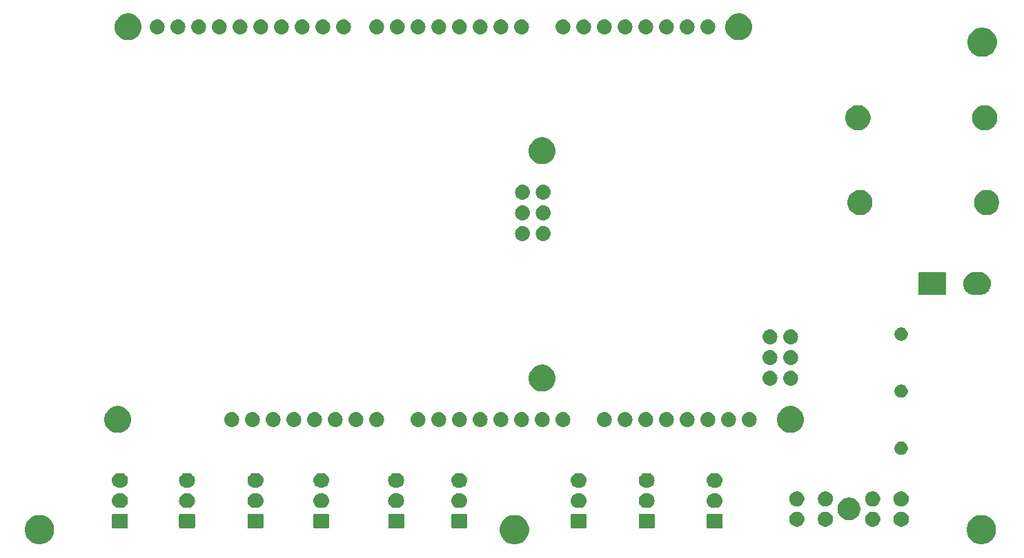
<source format=gbr>
G04 #@! TF.GenerationSoftware,KiCad,Pcbnew,(5.1.2)-2*
G04 #@! TF.CreationDate,2020-01-30T23:07:06-06:00*
G04 #@! TF.ProjectId,Igniter,49676e69-7465-4722-9e6b-696361645f70,rev?*
G04 #@! TF.SameCoordinates,Original*
G04 #@! TF.FileFunction,Soldermask,Bot*
G04 #@! TF.FilePolarity,Negative*
%FSLAX46Y46*%
G04 Gerber Fmt 4.6, Leading zero omitted, Abs format (unit mm)*
G04 Created by KiCad (PCBNEW (5.1.2)-2) date 2020-01-30 23:07:06*
%MOMM*%
%LPD*%
G04 APERTURE LIST*
%ADD10C,0.100000*%
G04 APERTURE END LIST*
D10*
G36*
X205691291Y-148892751D02*
G01*
X206019052Y-149028514D01*
X206314030Y-149225612D01*
X206564888Y-149476470D01*
X206761986Y-149771448D01*
X206897749Y-150099209D01*
X206966960Y-150447156D01*
X206966960Y-150801924D01*
X206897749Y-151149871D01*
X206761986Y-151477632D01*
X206564888Y-151772610D01*
X206314030Y-152023468D01*
X206019052Y-152220566D01*
X205691291Y-152356329D01*
X205343344Y-152425540D01*
X204988576Y-152425540D01*
X204640629Y-152356329D01*
X204312868Y-152220566D01*
X204017890Y-152023468D01*
X203767032Y-151772610D01*
X203569934Y-151477632D01*
X203434171Y-151149871D01*
X203364960Y-150801924D01*
X203364960Y-150447156D01*
X203434171Y-150099209D01*
X203569934Y-149771448D01*
X203767032Y-149476470D01*
X204017890Y-149225612D01*
X204312868Y-149028514D01*
X204640629Y-148892751D01*
X204988576Y-148823540D01*
X205343344Y-148823540D01*
X205691291Y-148892751D01*
X205691291Y-148892751D01*
G37*
G36*
X148399051Y-148892751D02*
G01*
X148726812Y-149028514D01*
X149021790Y-149225612D01*
X149272648Y-149476470D01*
X149469746Y-149771448D01*
X149605509Y-150099209D01*
X149674720Y-150447156D01*
X149674720Y-150801924D01*
X149605509Y-151149871D01*
X149469746Y-151477632D01*
X149272648Y-151772610D01*
X149021790Y-152023468D01*
X148726812Y-152220566D01*
X148399051Y-152356329D01*
X148051104Y-152425540D01*
X147696336Y-152425540D01*
X147348389Y-152356329D01*
X147020628Y-152220566D01*
X146725650Y-152023468D01*
X146474792Y-151772610D01*
X146277694Y-151477632D01*
X146141931Y-151149871D01*
X146072720Y-150801924D01*
X146072720Y-150447156D01*
X146141931Y-150099209D01*
X146277694Y-149771448D01*
X146474792Y-149476470D01*
X146725650Y-149225612D01*
X147020628Y-149028514D01*
X147348389Y-148892751D01*
X147696336Y-148823540D01*
X148051104Y-148823540D01*
X148399051Y-148892751D01*
X148399051Y-148892751D01*
G37*
G36*
X90121291Y-148892751D02*
G01*
X90449052Y-149028514D01*
X90744030Y-149225612D01*
X90994888Y-149476470D01*
X91191986Y-149771448D01*
X91327749Y-150099209D01*
X91396960Y-150447156D01*
X91396960Y-150801924D01*
X91327749Y-151149871D01*
X91191986Y-151477632D01*
X90994888Y-151772610D01*
X90744030Y-152023468D01*
X90449052Y-152220566D01*
X90121291Y-152356329D01*
X89773344Y-152425540D01*
X89418576Y-152425540D01*
X89070629Y-152356329D01*
X88742868Y-152220566D01*
X88447890Y-152023468D01*
X88197032Y-151772610D01*
X87999934Y-151477632D01*
X87864171Y-151149871D01*
X87794960Y-150801924D01*
X87794960Y-150447156D01*
X87864171Y-150099209D01*
X87999934Y-149771448D01*
X88197032Y-149476470D01*
X88447890Y-149225612D01*
X88742868Y-149028514D01*
X89070629Y-148892751D01*
X89418576Y-148823540D01*
X89773344Y-148823540D01*
X90121291Y-148892751D01*
X90121291Y-148892751D01*
G37*
G36*
X124998960Y-148665809D02*
G01*
X125032012Y-148675835D01*
X125062463Y-148692112D01*
X125089159Y-148714021D01*
X125111068Y-148740717D01*
X125127345Y-148771168D01*
X125137371Y-148804220D01*
X125141360Y-148844723D01*
X125141360Y-150280917D01*
X125137371Y-150321420D01*
X125127345Y-150354472D01*
X125111068Y-150384923D01*
X125089159Y-150411619D01*
X125062463Y-150433528D01*
X125032012Y-150449805D01*
X124998960Y-150459831D01*
X124958457Y-150463820D01*
X123372263Y-150463820D01*
X123331760Y-150459831D01*
X123298708Y-150449805D01*
X123268257Y-150433528D01*
X123241561Y-150411619D01*
X123219652Y-150384923D01*
X123203375Y-150354472D01*
X123193349Y-150321420D01*
X123189360Y-150280917D01*
X123189360Y-148844723D01*
X123193349Y-148804220D01*
X123203375Y-148771168D01*
X123219652Y-148740717D01*
X123241561Y-148714021D01*
X123268257Y-148692112D01*
X123298708Y-148675835D01*
X123331760Y-148665809D01*
X123372263Y-148661820D01*
X124958457Y-148661820D01*
X124998960Y-148665809D01*
X124998960Y-148665809D01*
G37*
G36*
X156586400Y-148665809D02*
G01*
X156619452Y-148675835D01*
X156649903Y-148692112D01*
X156676599Y-148714021D01*
X156698508Y-148740717D01*
X156714785Y-148771168D01*
X156724811Y-148804220D01*
X156728800Y-148844723D01*
X156728800Y-150280917D01*
X156724811Y-150321420D01*
X156714785Y-150354472D01*
X156698508Y-150384923D01*
X156676599Y-150411619D01*
X156649903Y-150433528D01*
X156619452Y-150449805D01*
X156586400Y-150459831D01*
X156545897Y-150463820D01*
X154959703Y-150463820D01*
X154919200Y-150459831D01*
X154886148Y-150449805D01*
X154855697Y-150433528D01*
X154829001Y-150411619D01*
X154807092Y-150384923D01*
X154790815Y-150354472D01*
X154780789Y-150321420D01*
X154776800Y-150280917D01*
X154776800Y-148844723D01*
X154780789Y-148804220D01*
X154790815Y-148771168D01*
X154807092Y-148740717D01*
X154829001Y-148714021D01*
X154855697Y-148692112D01*
X154886148Y-148675835D01*
X154919200Y-148665809D01*
X154959703Y-148661820D01*
X156545897Y-148661820D01*
X156586400Y-148665809D01*
X156586400Y-148665809D01*
G37*
G36*
X173269120Y-148665809D02*
G01*
X173302172Y-148675835D01*
X173332623Y-148692112D01*
X173359319Y-148714021D01*
X173381228Y-148740717D01*
X173397505Y-148771168D01*
X173407531Y-148804220D01*
X173411520Y-148844723D01*
X173411520Y-150280917D01*
X173407531Y-150321420D01*
X173397505Y-150354472D01*
X173381228Y-150384923D01*
X173359319Y-150411619D01*
X173332623Y-150433528D01*
X173302172Y-150449805D01*
X173269120Y-150459831D01*
X173228617Y-150463820D01*
X171642423Y-150463820D01*
X171601920Y-150459831D01*
X171568868Y-150449805D01*
X171538417Y-150433528D01*
X171511721Y-150411619D01*
X171489812Y-150384923D01*
X171473535Y-150354472D01*
X171463509Y-150321420D01*
X171459520Y-150280917D01*
X171459520Y-148844723D01*
X171463509Y-148804220D01*
X171473535Y-148771168D01*
X171489812Y-148740717D01*
X171511721Y-148714021D01*
X171538417Y-148692112D01*
X171568868Y-148675835D01*
X171601920Y-148665809D01*
X171642423Y-148661820D01*
X173228617Y-148661820D01*
X173269120Y-148665809D01*
X173269120Y-148665809D01*
G37*
G36*
X164927760Y-148665809D02*
G01*
X164960812Y-148675835D01*
X164991263Y-148692112D01*
X165017959Y-148714021D01*
X165039868Y-148740717D01*
X165056145Y-148771168D01*
X165066171Y-148804220D01*
X165070160Y-148844723D01*
X165070160Y-150280917D01*
X165066171Y-150321420D01*
X165056145Y-150354472D01*
X165039868Y-150384923D01*
X165017959Y-150411619D01*
X164991263Y-150433528D01*
X164960812Y-150449805D01*
X164927760Y-150459831D01*
X164887257Y-150463820D01*
X163301063Y-150463820D01*
X163260560Y-150459831D01*
X163227508Y-150449805D01*
X163197057Y-150433528D01*
X163170361Y-150411619D01*
X163148452Y-150384923D01*
X163132175Y-150354472D01*
X163122149Y-150321420D01*
X163118160Y-150280917D01*
X163118160Y-148844723D01*
X163122149Y-148804220D01*
X163132175Y-148771168D01*
X163148452Y-148740717D01*
X163170361Y-148714021D01*
X163197057Y-148692112D01*
X163227508Y-148675835D01*
X163260560Y-148665809D01*
X163301063Y-148661820D01*
X164887257Y-148661820D01*
X164927760Y-148665809D01*
X164927760Y-148665809D01*
G37*
G36*
X141925520Y-148665809D02*
G01*
X141958572Y-148675835D01*
X141989023Y-148692112D01*
X142015719Y-148714021D01*
X142037628Y-148740717D01*
X142053905Y-148771168D01*
X142063931Y-148804220D01*
X142067920Y-148844723D01*
X142067920Y-150280917D01*
X142063931Y-150321420D01*
X142053905Y-150354472D01*
X142037628Y-150384923D01*
X142015719Y-150411619D01*
X141989023Y-150433528D01*
X141958572Y-150449805D01*
X141925520Y-150459831D01*
X141885017Y-150463820D01*
X140298823Y-150463820D01*
X140258320Y-150459831D01*
X140225268Y-150449805D01*
X140194817Y-150433528D01*
X140168121Y-150411619D01*
X140146212Y-150384923D01*
X140129935Y-150354472D01*
X140119909Y-150321420D01*
X140115920Y-150280917D01*
X140115920Y-148844723D01*
X140119909Y-148804220D01*
X140129935Y-148771168D01*
X140146212Y-148740717D01*
X140168121Y-148714021D01*
X140194817Y-148692112D01*
X140225268Y-148675835D01*
X140258320Y-148665809D01*
X140298823Y-148661820D01*
X141885017Y-148661820D01*
X141925520Y-148665809D01*
X141925520Y-148665809D01*
G37*
G36*
X134191220Y-148665809D02*
G01*
X134224272Y-148675835D01*
X134254723Y-148692112D01*
X134281419Y-148714021D01*
X134303328Y-148740717D01*
X134319605Y-148771168D01*
X134329631Y-148804220D01*
X134333620Y-148844723D01*
X134333620Y-150280917D01*
X134329631Y-150321420D01*
X134319605Y-150354472D01*
X134303328Y-150384923D01*
X134281419Y-150411619D01*
X134254723Y-150433528D01*
X134224272Y-150449805D01*
X134191220Y-150459831D01*
X134150717Y-150463820D01*
X132564523Y-150463820D01*
X132524020Y-150459831D01*
X132490968Y-150449805D01*
X132460517Y-150433528D01*
X132433821Y-150411619D01*
X132411912Y-150384923D01*
X132395635Y-150354472D01*
X132385609Y-150321420D01*
X132381620Y-150280917D01*
X132381620Y-148844723D01*
X132385609Y-148804220D01*
X132395635Y-148771168D01*
X132411912Y-148740717D01*
X132433821Y-148714021D01*
X132460517Y-148692112D01*
X132490968Y-148675835D01*
X132524020Y-148665809D01*
X132564523Y-148661820D01*
X134150717Y-148661820D01*
X134191220Y-148665809D01*
X134191220Y-148665809D01*
G37*
G36*
X100297460Y-148665809D02*
G01*
X100330512Y-148675835D01*
X100360963Y-148692112D01*
X100387659Y-148714021D01*
X100409568Y-148740717D01*
X100425845Y-148771168D01*
X100435871Y-148804220D01*
X100439860Y-148844723D01*
X100439860Y-150280917D01*
X100435871Y-150321420D01*
X100425845Y-150354472D01*
X100409568Y-150384923D01*
X100387659Y-150411619D01*
X100360963Y-150433528D01*
X100330512Y-150449805D01*
X100297460Y-150459831D01*
X100256957Y-150463820D01*
X98670763Y-150463820D01*
X98630260Y-150459831D01*
X98597208Y-150449805D01*
X98566757Y-150433528D01*
X98540061Y-150411619D01*
X98518152Y-150384923D01*
X98501875Y-150354472D01*
X98491849Y-150321420D01*
X98487860Y-150280917D01*
X98487860Y-148844723D01*
X98491849Y-148804220D01*
X98501875Y-148771168D01*
X98518152Y-148740717D01*
X98540061Y-148714021D01*
X98566757Y-148692112D01*
X98597208Y-148675835D01*
X98630260Y-148665809D01*
X98670763Y-148661820D01*
X100256957Y-148661820D01*
X100297460Y-148665809D01*
X100297460Y-148665809D01*
G37*
G36*
X108531293Y-148665809D02*
G01*
X108564345Y-148675835D01*
X108594796Y-148692112D01*
X108621492Y-148714021D01*
X108643401Y-148740717D01*
X108659678Y-148771168D01*
X108669704Y-148804220D01*
X108673693Y-148844723D01*
X108673693Y-150280917D01*
X108669704Y-150321420D01*
X108659678Y-150354472D01*
X108643401Y-150384923D01*
X108621492Y-150411619D01*
X108594796Y-150433528D01*
X108564345Y-150449805D01*
X108531293Y-150459831D01*
X108490790Y-150463820D01*
X106904596Y-150463820D01*
X106864093Y-150459831D01*
X106831041Y-150449805D01*
X106800590Y-150433528D01*
X106773894Y-150411619D01*
X106751985Y-150384923D01*
X106735708Y-150354472D01*
X106725682Y-150321420D01*
X106721693Y-150280917D01*
X106721693Y-148844723D01*
X106725682Y-148804220D01*
X106735708Y-148771168D01*
X106751985Y-148740717D01*
X106773894Y-148714021D01*
X106800590Y-148692112D01*
X106831041Y-148675835D01*
X106864093Y-148665809D01*
X106904596Y-148661820D01*
X108490790Y-148661820D01*
X108531293Y-148665809D01*
X108531293Y-148665809D01*
G37*
G36*
X116926600Y-148665809D02*
G01*
X116959652Y-148675835D01*
X116990103Y-148692112D01*
X117016799Y-148714021D01*
X117038708Y-148740717D01*
X117054985Y-148771168D01*
X117065011Y-148804220D01*
X117069000Y-148844723D01*
X117069000Y-150280917D01*
X117065011Y-150321420D01*
X117054985Y-150354472D01*
X117038708Y-150384923D01*
X117016799Y-150411619D01*
X116990103Y-150433528D01*
X116959652Y-150449805D01*
X116926600Y-150459831D01*
X116886097Y-150463820D01*
X115299903Y-150463820D01*
X115259400Y-150459831D01*
X115226348Y-150449805D01*
X115195897Y-150433528D01*
X115169201Y-150411619D01*
X115147292Y-150384923D01*
X115131015Y-150354472D01*
X115120989Y-150321420D01*
X115117000Y-150280917D01*
X115117000Y-148844723D01*
X115120989Y-148804220D01*
X115131015Y-148771168D01*
X115147292Y-148740717D01*
X115169201Y-148714021D01*
X115195897Y-148692112D01*
X115226348Y-148675835D01*
X115259400Y-148665809D01*
X115299903Y-148661820D01*
X116886097Y-148661820D01*
X116926600Y-148665809D01*
X116926600Y-148665809D01*
G37*
G36*
X192096104Y-148441585D02*
G01*
X192264626Y-148511389D01*
X192416291Y-148612728D01*
X192545272Y-148741709D01*
X192646611Y-148893374D01*
X192716415Y-149061896D01*
X192752000Y-149240797D01*
X192752000Y-149423203D01*
X192716415Y-149602104D01*
X192646611Y-149770626D01*
X192545272Y-149922291D01*
X192416291Y-150051272D01*
X192264626Y-150152611D01*
X192096104Y-150222415D01*
X191917203Y-150258000D01*
X191734797Y-150258000D01*
X191555896Y-150222415D01*
X191387374Y-150152611D01*
X191235709Y-150051272D01*
X191106728Y-149922291D01*
X191005389Y-149770626D01*
X190935585Y-149602104D01*
X190900000Y-149423203D01*
X190900000Y-149240797D01*
X190935585Y-149061896D01*
X191005389Y-148893374D01*
X191106728Y-148741709D01*
X191235709Y-148612728D01*
X191387374Y-148511389D01*
X191555896Y-148441585D01*
X191734797Y-148406000D01*
X191917203Y-148406000D01*
X192096104Y-148441585D01*
X192096104Y-148441585D01*
G37*
G36*
X195596104Y-148441585D02*
G01*
X195764626Y-148511389D01*
X195916291Y-148612728D01*
X196045272Y-148741709D01*
X196146611Y-148893374D01*
X196216415Y-149061896D01*
X196252000Y-149240797D01*
X196252000Y-149423203D01*
X196216415Y-149602104D01*
X196146611Y-149770626D01*
X196045272Y-149922291D01*
X195916291Y-150051272D01*
X195764626Y-150152611D01*
X195596104Y-150222415D01*
X195417203Y-150258000D01*
X195234797Y-150258000D01*
X195055896Y-150222415D01*
X194887374Y-150152611D01*
X194735709Y-150051272D01*
X194606728Y-149922291D01*
X194505389Y-149770626D01*
X194435585Y-149602104D01*
X194400000Y-149423203D01*
X194400000Y-149240797D01*
X194435585Y-149061896D01*
X194505389Y-148893374D01*
X194606728Y-148741709D01*
X194735709Y-148612728D01*
X194887374Y-148511389D01*
X195055896Y-148441585D01*
X195234797Y-148406000D01*
X195417203Y-148406000D01*
X195596104Y-148441585D01*
X195596104Y-148441585D01*
G37*
G36*
X186296104Y-148441585D02*
G01*
X186464626Y-148511389D01*
X186616291Y-148612728D01*
X186745272Y-148741709D01*
X186846611Y-148893374D01*
X186916415Y-149061896D01*
X186952000Y-149240797D01*
X186952000Y-149423203D01*
X186916415Y-149602104D01*
X186846611Y-149770626D01*
X186745272Y-149922291D01*
X186616291Y-150051272D01*
X186464626Y-150152611D01*
X186296104Y-150222415D01*
X186117203Y-150258000D01*
X185934797Y-150258000D01*
X185755896Y-150222415D01*
X185587374Y-150152611D01*
X185435709Y-150051272D01*
X185306728Y-149922291D01*
X185205389Y-149770626D01*
X185135585Y-149602104D01*
X185100000Y-149423203D01*
X185100000Y-149240797D01*
X185135585Y-149061896D01*
X185205389Y-148893374D01*
X185306728Y-148741709D01*
X185435709Y-148612728D01*
X185587374Y-148511389D01*
X185755896Y-148441585D01*
X185934797Y-148406000D01*
X186117203Y-148406000D01*
X186296104Y-148441585D01*
X186296104Y-148441585D01*
G37*
G36*
X182796104Y-148441585D02*
G01*
X182964626Y-148511389D01*
X183116291Y-148612728D01*
X183245272Y-148741709D01*
X183346611Y-148893374D01*
X183416415Y-149061896D01*
X183452000Y-149240797D01*
X183452000Y-149423203D01*
X183416415Y-149602104D01*
X183346611Y-149770626D01*
X183245272Y-149922291D01*
X183116291Y-150051272D01*
X182964626Y-150152611D01*
X182796104Y-150222415D01*
X182617203Y-150258000D01*
X182434797Y-150258000D01*
X182255896Y-150222415D01*
X182087374Y-150152611D01*
X181935709Y-150051272D01*
X181806728Y-149922291D01*
X181705389Y-149770626D01*
X181635585Y-149602104D01*
X181600000Y-149423203D01*
X181600000Y-149240797D01*
X181635585Y-149061896D01*
X181705389Y-148893374D01*
X181806728Y-148741709D01*
X181935709Y-148612728D01*
X182087374Y-148511389D01*
X182255896Y-148441585D01*
X182434797Y-148406000D01*
X182617203Y-148406000D01*
X182796104Y-148441585D01*
X182796104Y-148441585D01*
G37*
G36*
X189241715Y-146716352D02*
G01*
X189334657Y-146734839D01*
X189440267Y-146778585D01*
X189589621Y-146840449D01*
X189589622Y-146840450D01*
X189819086Y-146993772D01*
X190014228Y-147188914D01*
X190068825Y-147270625D01*
X190167551Y-147418379D01*
X190273161Y-147673344D01*
X190327000Y-147944012D01*
X190327000Y-148219988D01*
X190273161Y-148490656D01*
X190167551Y-148745621D01*
X190167550Y-148745622D01*
X190014228Y-148975086D01*
X189819086Y-149170228D01*
X189736197Y-149225612D01*
X189589621Y-149323551D01*
X189440267Y-149385415D01*
X189334657Y-149429161D01*
X189244433Y-149447107D01*
X189063988Y-149483000D01*
X188788012Y-149483000D01*
X188607567Y-149447107D01*
X188517343Y-149429161D01*
X188411733Y-149385415D01*
X188262379Y-149323551D01*
X188115803Y-149225612D01*
X188032914Y-149170228D01*
X187837772Y-148975086D01*
X187684450Y-148745622D01*
X187684449Y-148745621D01*
X187578839Y-148490656D01*
X187525000Y-148219988D01*
X187525000Y-147944012D01*
X187578839Y-147673344D01*
X187684449Y-147418379D01*
X187783175Y-147270625D01*
X187837772Y-147188914D01*
X188032914Y-146993772D01*
X188262378Y-146840450D01*
X188262379Y-146840449D01*
X188411733Y-146778585D01*
X188517343Y-146734839D01*
X188610285Y-146716352D01*
X188788012Y-146681000D01*
X189063988Y-146681000D01*
X189241715Y-146716352D01*
X189241715Y-146716352D01*
G37*
G36*
X164279602Y-146168338D02*
G01*
X164345787Y-146174857D01*
X164515626Y-146226377D01*
X164672151Y-146310042D01*
X164707889Y-146339372D01*
X164809346Y-146422634D01*
X164892608Y-146524091D01*
X164921938Y-146559829D01*
X165005603Y-146716354D01*
X165057123Y-146886193D01*
X165074519Y-147062820D01*
X165057123Y-147239447D01*
X165005603Y-147409286D01*
X164921938Y-147565811D01*
X164892608Y-147601549D01*
X164809346Y-147703006D01*
X164707889Y-147786268D01*
X164672151Y-147815598D01*
X164515626Y-147899263D01*
X164345787Y-147950783D01*
X164279602Y-147957302D01*
X164213420Y-147963820D01*
X163974900Y-147963820D01*
X163908718Y-147957302D01*
X163842533Y-147950783D01*
X163672694Y-147899263D01*
X163516169Y-147815598D01*
X163480431Y-147786268D01*
X163378974Y-147703006D01*
X163295712Y-147601549D01*
X163266382Y-147565811D01*
X163182717Y-147409286D01*
X163131197Y-147239447D01*
X163113801Y-147062820D01*
X163131197Y-146886193D01*
X163182717Y-146716354D01*
X163266382Y-146559829D01*
X163295712Y-146524091D01*
X163378974Y-146422634D01*
X163480431Y-146339372D01*
X163516169Y-146310042D01*
X163672694Y-146226377D01*
X163842533Y-146174857D01*
X163908718Y-146168338D01*
X163974900Y-146161820D01*
X164213420Y-146161820D01*
X164279602Y-146168338D01*
X164279602Y-146168338D01*
G37*
G36*
X107883135Y-146168338D02*
G01*
X107949320Y-146174857D01*
X108119159Y-146226377D01*
X108275684Y-146310042D01*
X108311422Y-146339372D01*
X108412879Y-146422634D01*
X108496141Y-146524091D01*
X108525471Y-146559829D01*
X108609136Y-146716354D01*
X108660656Y-146886193D01*
X108678052Y-147062820D01*
X108660656Y-147239447D01*
X108609136Y-147409286D01*
X108525471Y-147565811D01*
X108496141Y-147601549D01*
X108412879Y-147703006D01*
X108311422Y-147786268D01*
X108275684Y-147815598D01*
X108119159Y-147899263D01*
X107949320Y-147950783D01*
X107883135Y-147957302D01*
X107816953Y-147963820D01*
X107578433Y-147963820D01*
X107512251Y-147957302D01*
X107446066Y-147950783D01*
X107276227Y-147899263D01*
X107119702Y-147815598D01*
X107083964Y-147786268D01*
X106982507Y-147703006D01*
X106899245Y-147601549D01*
X106869915Y-147565811D01*
X106786250Y-147409286D01*
X106734730Y-147239447D01*
X106717334Y-147062820D01*
X106734730Y-146886193D01*
X106786250Y-146716354D01*
X106869915Y-146559829D01*
X106899245Y-146524091D01*
X106982507Y-146422634D01*
X107083964Y-146339372D01*
X107119702Y-146310042D01*
X107276227Y-146226377D01*
X107446066Y-146174857D01*
X107512251Y-146168338D01*
X107578433Y-146161820D01*
X107816953Y-146161820D01*
X107883135Y-146168338D01*
X107883135Y-146168338D01*
G37*
G36*
X133543062Y-146168338D02*
G01*
X133609247Y-146174857D01*
X133779086Y-146226377D01*
X133935611Y-146310042D01*
X133971349Y-146339372D01*
X134072806Y-146422634D01*
X134156068Y-146524091D01*
X134185398Y-146559829D01*
X134269063Y-146716354D01*
X134320583Y-146886193D01*
X134337979Y-147062820D01*
X134320583Y-147239447D01*
X134269063Y-147409286D01*
X134185398Y-147565811D01*
X134156068Y-147601549D01*
X134072806Y-147703006D01*
X133971349Y-147786268D01*
X133935611Y-147815598D01*
X133779086Y-147899263D01*
X133609247Y-147950783D01*
X133543062Y-147957302D01*
X133476880Y-147963820D01*
X133238360Y-147963820D01*
X133172178Y-147957302D01*
X133105993Y-147950783D01*
X132936154Y-147899263D01*
X132779629Y-147815598D01*
X132743891Y-147786268D01*
X132642434Y-147703006D01*
X132559172Y-147601549D01*
X132529842Y-147565811D01*
X132446177Y-147409286D01*
X132394657Y-147239447D01*
X132377261Y-147062820D01*
X132394657Y-146886193D01*
X132446177Y-146716354D01*
X132529842Y-146559829D01*
X132559172Y-146524091D01*
X132642434Y-146422634D01*
X132743891Y-146339372D01*
X132779629Y-146310042D01*
X132936154Y-146226377D01*
X133105993Y-146174857D01*
X133172178Y-146168338D01*
X133238360Y-146161820D01*
X133476880Y-146161820D01*
X133543062Y-146168338D01*
X133543062Y-146168338D01*
G37*
G36*
X99649302Y-146168338D02*
G01*
X99715487Y-146174857D01*
X99885326Y-146226377D01*
X100041851Y-146310042D01*
X100077589Y-146339372D01*
X100179046Y-146422634D01*
X100262308Y-146524091D01*
X100291638Y-146559829D01*
X100375303Y-146716354D01*
X100426823Y-146886193D01*
X100444219Y-147062820D01*
X100426823Y-147239447D01*
X100375303Y-147409286D01*
X100291638Y-147565811D01*
X100262308Y-147601549D01*
X100179046Y-147703006D01*
X100077589Y-147786268D01*
X100041851Y-147815598D01*
X99885326Y-147899263D01*
X99715487Y-147950783D01*
X99649302Y-147957302D01*
X99583120Y-147963820D01*
X99344600Y-147963820D01*
X99278418Y-147957302D01*
X99212233Y-147950783D01*
X99042394Y-147899263D01*
X98885869Y-147815598D01*
X98850131Y-147786268D01*
X98748674Y-147703006D01*
X98665412Y-147601549D01*
X98636082Y-147565811D01*
X98552417Y-147409286D01*
X98500897Y-147239447D01*
X98483501Y-147062820D01*
X98500897Y-146886193D01*
X98552417Y-146716354D01*
X98636082Y-146559829D01*
X98665412Y-146524091D01*
X98748674Y-146422634D01*
X98850131Y-146339372D01*
X98885869Y-146310042D01*
X99042394Y-146226377D01*
X99212233Y-146174857D01*
X99278418Y-146168338D01*
X99344600Y-146161820D01*
X99583120Y-146161820D01*
X99649302Y-146168338D01*
X99649302Y-146168338D01*
G37*
G36*
X124350802Y-146168338D02*
G01*
X124416987Y-146174857D01*
X124586826Y-146226377D01*
X124743351Y-146310042D01*
X124779089Y-146339372D01*
X124880546Y-146422634D01*
X124963808Y-146524091D01*
X124993138Y-146559829D01*
X125076803Y-146716354D01*
X125128323Y-146886193D01*
X125145719Y-147062820D01*
X125128323Y-147239447D01*
X125076803Y-147409286D01*
X124993138Y-147565811D01*
X124963808Y-147601549D01*
X124880546Y-147703006D01*
X124779089Y-147786268D01*
X124743351Y-147815598D01*
X124586826Y-147899263D01*
X124416987Y-147950783D01*
X124350802Y-147957302D01*
X124284620Y-147963820D01*
X124046100Y-147963820D01*
X123979918Y-147957302D01*
X123913733Y-147950783D01*
X123743894Y-147899263D01*
X123587369Y-147815598D01*
X123551631Y-147786268D01*
X123450174Y-147703006D01*
X123366912Y-147601549D01*
X123337582Y-147565811D01*
X123253917Y-147409286D01*
X123202397Y-147239447D01*
X123185001Y-147062820D01*
X123202397Y-146886193D01*
X123253917Y-146716354D01*
X123337582Y-146559829D01*
X123366912Y-146524091D01*
X123450174Y-146422634D01*
X123551631Y-146339372D01*
X123587369Y-146310042D01*
X123743894Y-146226377D01*
X123913733Y-146174857D01*
X123979918Y-146168338D01*
X124046100Y-146161820D01*
X124284620Y-146161820D01*
X124350802Y-146168338D01*
X124350802Y-146168338D01*
G37*
G36*
X116278442Y-146168338D02*
G01*
X116344627Y-146174857D01*
X116514466Y-146226377D01*
X116670991Y-146310042D01*
X116706729Y-146339372D01*
X116808186Y-146422634D01*
X116891448Y-146524091D01*
X116920778Y-146559829D01*
X117004443Y-146716354D01*
X117055963Y-146886193D01*
X117073359Y-147062820D01*
X117055963Y-147239447D01*
X117004443Y-147409286D01*
X116920778Y-147565811D01*
X116891448Y-147601549D01*
X116808186Y-147703006D01*
X116706729Y-147786268D01*
X116670991Y-147815598D01*
X116514466Y-147899263D01*
X116344627Y-147950783D01*
X116278442Y-147957302D01*
X116212260Y-147963820D01*
X115973740Y-147963820D01*
X115907558Y-147957302D01*
X115841373Y-147950783D01*
X115671534Y-147899263D01*
X115515009Y-147815598D01*
X115479271Y-147786268D01*
X115377814Y-147703006D01*
X115294552Y-147601549D01*
X115265222Y-147565811D01*
X115181557Y-147409286D01*
X115130037Y-147239447D01*
X115112641Y-147062820D01*
X115130037Y-146886193D01*
X115181557Y-146716354D01*
X115265222Y-146559829D01*
X115294552Y-146524091D01*
X115377814Y-146422634D01*
X115479271Y-146339372D01*
X115515009Y-146310042D01*
X115671534Y-146226377D01*
X115841373Y-146174857D01*
X115907558Y-146168338D01*
X115973740Y-146161820D01*
X116212260Y-146161820D01*
X116278442Y-146168338D01*
X116278442Y-146168338D01*
G37*
G36*
X141277362Y-146168338D02*
G01*
X141343547Y-146174857D01*
X141513386Y-146226377D01*
X141669911Y-146310042D01*
X141705649Y-146339372D01*
X141807106Y-146422634D01*
X141890368Y-146524091D01*
X141919698Y-146559829D01*
X142003363Y-146716354D01*
X142054883Y-146886193D01*
X142072279Y-147062820D01*
X142054883Y-147239447D01*
X142003363Y-147409286D01*
X141919698Y-147565811D01*
X141890368Y-147601549D01*
X141807106Y-147703006D01*
X141705649Y-147786268D01*
X141669911Y-147815598D01*
X141513386Y-147899263D01*
X141343547Y-147950783D01*
X141277362Y-147957302D01*
X141211180Y-147963820D01*
X140972660Y-147963820D01*
X140906478Y-147957302D01*
X140840293Y-147950783D01*
X140670454Y-147899263D01*
X140513929Y-147815598D01*
X140478191Y-147786268D01*
X140376734Y-147703006D01*
X140293472Y-147601549D01*
X140264142Y-147565811D01*
X140180477Y-147409286D01*
X140128957Y-147239447D01*
X140111561Y-147062820D01*
X140128957Y-146886193D01*
X140180477Y-146716354D01*
X140264142Y-146559829D01*
X140293472Y-146524091D01*
X140376734Y-146422634D01*
X140478191Y-146339372D01*
X140513929Y-146310042D01*
X140670454Y-146226377D01*
X140840293Y-146174857D01*
X140906478Y-146168338D01*
X140972660Y-146161820D01*
X141211180Y-146161820D01*
X141277362Y-146168338D01*
X141277362Y-146168338D01*
G37*
G36*
X155938242Y-146168338D02*
G01*
X156004427Y-146174857D01*
X156174266Y-146226377D01*
X156330791Y-146310042D01*
X156366529Y-146339372D01*
X156467986Y-146422634D01*
X156551248Y-146524091D01*
X156580578Y-146559829D01*
X156664243Y-146716354D01*
X156715763Y-146886193D01*
X156733159Y-147062820D01*
X156715763Y-147239447D01*
X156664243Y-147409286D01*
X156580578Y-147565811D01*
X156551248Y-147601549D01*
X156467986Y-147703006D01*
X156366529Y-147786268D01*
X156330791Y-147815598D01*
X156174266Y-147899263D01*
X156004427Y-147950783D01*
X155938242Y-147957302D01*
X155872060Y-147963820D01*
X155633540Y-147963820D01*
X155567358Y-147957302D01*
X155501173Y-147950783D01*
X155331334Y-147899263D01*
X155174809Y-147815598D01*
X155139071Y-147786268D01*
X155037614Y-147703006D01*
X154954352Y-147601549D01*
X154925022Y-147565811D01*
X154841357Y-147409286D01*
X154789837Y-147239447D01*
X154772441Y-147062820D01*
X154789837Y-146886193D01*
X154841357Y-146716354D01*
X154925022Y-146559829D01*
X154954352Y-146524091D01*
X155037614Y-146422634D01*
X155139071Y-146339372D01*
X155174809Y-146310042D01*
X155331334Y-146226377D01*
X155501173Y-146174857D01*
X155567358Y-146168338D01*
X155633540Y-146161820D01*
X155872060Y-146161820D01*
X155938242Y-146168338D01*
X155938242Y-146168338D01*
G37*
G36*
X172620962Y-146168338D02*
G01*
X172687147Y-146174857D01*
X172856986Y-146226377D01*
X173013511Y-146310042D01*
X173049249Y-146339372D01*
X173150706Y-146422634D01*
X173233968Y-146524091D01*
X173263298Y-146559829D01*
X173346963Y-146716354D01*
X173398483Y-146886193D01*
X173415879Y-147062820D01*
X173398483Y-147239447D01*
X173346963Y-147409286D01*
X173263298Y-147565811D01*
X173233968Y-147601549D01*
X173150706Y-147703006D01*
X173049249Y-147786268D01*
X173013511Y-147815598D01*
X172856986Y-147899263D01*
X172687147Y-147950783D01*
X172620962Y-147957302D01*
X172554780Y-147963820D01*
X172316260Y-147963820D01*
X172250078Y-147957302D01*
X172183893Y-147950783D01*
X172014054Y-147899263D01*
X171857529Y-147815598D01*
X171821791Y-147786268D01*
X171720334Y-147703006D01*
X171637072Y-147601549D01*
X171607742Y-147565811D01*
X171524077Y-147409286D01*
X171472557Y-147239447D01*
X171455161Y-147062820D01*
X171472557Y-146886193D01*
X171524077Y-146716354D01*
X171607742Y-146559829D01*
X171637072Y-146524091D01*
X171720334Y-146422634D01*
X171821791Y-146339372D01*
X171857529Y-146310042D01*
X172014054Y-146226377D01*
X172183893Y-146174857D01*
X172250078Y-146168338D01*
X172316260Y-146161820D01*
X172554780Y-146161820D01*
X172620962Y-146168338D01*
X172620962Y-146168338D01*
G37*
G36*
X182796104Y-145941585D02*
G01*
X182964626Y-146011389D01*
X183116291Y-146112728D01*
X183245272Y-146241709D01*
X183346611Y-146393374D01*
X183416415Y-146561896D01*
X183452000Y-146740797D01*
X183452000Y-146923203D01*
X183416415Y-147102104D01*
X183346611Y-147270626D01*
X183245272Y-147422291D01*
X183116291Y-147551272D01*
X182964626Y-147652611D01*
X182796104Y-147722415D01*
X182617203Y-147758000D01*
X182434797Y-147758000D01*
X182255896Y-147722415D01*
X182087374Y-147652611D01*
X181935709Y-147551272D01*
X181806728Y-147422291D01*
X181705389Y-147270626D01*
X181635585Y-147102104D01*
X181600000Y-146923203D01*
X181600000Y-146740797D01*
X181635585Y-146561896D01*
X181705389Y-146393374D01*
X181806728Y-146241709D01*
X181935709Y-146112728D01*
X182087374Y-146011389D01*
X182255896Y-145941585D01*
X182434797Y-145906000D01*
X182617203Y-145906000D01*
X182796104Y-145941585D01*
X182796104Y-145941585D01*
G37*
G36*
X192096104Y-145941585D02*
G01*
X192264626Y-146011389D01*
X192416291Y-146112728D01*
X192545272Y-146241709D01*
X192646611Y-146393374D01*
X192716415Y-146561896D01*
X192752000Y-146740797D01*
X192752000Y-146923203D01*
X192716415Y-147102104D01*
X192646611Y-147270626D01*
X192545272Y-147422291D01*
X192416291Y-147551272D01*
X192264626Y-147652611D01*
X192096104Y-147722415D01*
X191917203Y-147758000D01*
X191734797Y-147758000D01*
X191555896Y-147722415D01*
X191387374Y-147652611D01*
X191235709Y-147551272D01*
X191106728Y-147422291D01*
X191005389Y-147270626D01*
X190935585Y-147102104D01*
X190900000Y-146923203D01*
X190900000Y-146740797D01*
X190935585Y-146561896D01*
X191005389Y-146393374D01*
X191106728Y-146241709D01*
X191235709Y-146112728D01*
X191387374Y-146011389D01*
X191555896Y-145941585D01*
X191734797Y-145906000D01*
X191917203Y-145906000D01*
X192096104Y-145941585D01*
X192096104Y-145941585D01*
G37*
G36*
X195596104Y-145941585D02*
G01*
X195764626Y-146011389D01*
X195916291Y-146112728D01*
X196045272Y-146241709D01*
X196146611Y-146393374D01*
X196216415Y-146561896D01*
X196252000Y-146740797D01*
X196252000Y-146923203D01*
X196216415Y-147102104D01*
X196146611Y-147270626D01*
X196045272Y-147422291D01*
X195916291Y-147551272D01*
X195764626Y-147652611D01*
X195596104Y-147722415D01*
X195417203Y-147758000D01*
X195234797Y-147758000D01*
X195055896Y-147722415D01*
X194887374Y-147652611D01*
X194735709Y-147551272D01*
X194606728Y-147422291D01*
X194505389Y-147270626D01*
X194435585Y-147102104D01*
X194400000Y-146923203D01*
X194400000Y-146740797D01*
X194435585Y-146561896D01*
X194505389Y-146393374D01*
X194606728Y-146241709D01*
X194735709Y-146112728D01*
X194887374Y-146011389D01*
X195055896Y-145941585D01*
X195234797Y-145906000D01*
X195417203Y-145906000D01*
X195596104Y-145941585D01*
X195596104Y-145941585D01*
G37*
G36*
X186296104Y-145941585D02*
G01*
X186464626Y-146011389D01*
X186616291Y-146112728D01*
X186745272Y-146241709D01*
X186846611Y-146393374D01*
X186916415Y-146561896D01*
X186952000Y-146740797D01*
X186952000Y-146923203D01*
X186916415Y-147102104D01*
X186846611Y-147270626D01*
X186745272Y-147422291D01*
X186616291Y-147551272D01*
X186464626Y-147652611D01*
X186296104Y-147722415D01*
X186117203Y-147758000D01*
X185934797Y-147758000D01*
X185755896Y-147722415D01*
X185587374Y-147652611D01*
X185435709Y-147551272D01*
X185306728Y-147422291D01*
X185205389Y-147270626D01*
X185135585Y-147102104D01*
X185100000Y-146923203D01*
X185100000Y-146740797D01*
X185135585Y-146561896D01*
X185205389Y-146393374D01*
X185306728Y-146241709D01*
X185435709Y-146112728D01*
X185587374Y-146011389D01*
X185755896Y-145941585D01*
X185934797Y-145906000D01*
X186117203Y-145906000D01*
X186296104Y-145941585D01*
X186296104Y-145941585D01*
G37*
G36*
X164279602Y-143668338D02*
G01*
X164345787Y-143674857D01*
X164515626Y-143726377D01*
X164672151Y-143810042D01*
X164707889Y-143839372D01*
X164809346Y-143922634D01*
X164892608Y-144024091D01*
X164921938Y-144059829D01*
X165005603Y-144216354D01*
X165057123Y-144386193D01*
X165074519Y-144562820D01*
X165057123Y-144739447D01*
X165005603Y-144909286D01*
X164921938Y-145065811D01*
X164892608Y-145101549D01*
X164809346Y-145203006D01*
X164707889Y-145286268D01*
X164672151Y-145315598D01*
X164515626Y-145399263D01*
X164345787Y-145450783D01*
X164279602Y-145457302D01*
X164213420Y-145463820D01*
X163974900Y-145463820D01*
X163908718Y-145457302D01*
X163842533Y-145450783D01*
X163672694Y-145399263D01*
X163516169Y-145315598D01*
X163480431Y-145286268D01*
X163378974Y-145203006D01*
X163295712Y-145101549D01*
X163266382Y-145065811D01*
X163182717Y-144909286D01*
X163131197Y-144739447D01*
X163113801Y-144562820D01*
X163131197Y-144386193D01*
X163182717Y-144216354D01*
X163266382Y-144059829D01*
X163295712Y-144024091D01*
X163378974Y-143922634D01*
X163480431Y-143839372D01*
X163516169Y-143810042D01*
X163672694Y-143726377D01*
X163842533Y-143674857D01*
X163908718Y-143668338D01*
X163974900Y-143661820D01*
X164213420Y-143661820D01*
X164279602Y-143668338D01*
X164279602Y-143668338D01*
G37*
G36*
X172620962Y-143668338D02*
G01*
X172687147Y-143674857D01*
X172856986Y-143726377D01*
X173013511Y-143810042D01*
X173049249Y-143839372D01*
X173150706Y-143922634D01*
X173233968Y-144024091D01*
X173263298Y-144059829D01*
X173346963Y-144216354D01*
X173398483Y-144386193D01*
X173415879Y-144562820D01*
X173398483Y-144739447D01*
X173346963Y-144909286D01*
X173263298Y-145065811D01*
X173233968Y-145101549D01*
X173150706Y-145203006D01*
X173049249Y-145286268D01*
X173013511Y-145315598D01*
X172856986Y-145399263D01*
X172687147Y-145450783D01*
X172620962Y-145457302D01*
X172554780Y-145463820D01*
X172316260Y-145463820D01*
X172250078Y-145457302D01*
X172183893Y-145450783D01*
X172014054Y-145399263D01*
X171857529Y-145315598D01*
X171821791Y-145286268D01*
X171720334Y-145203006D01*
X171637072Y-145101549D01*
X171607742Y-145065811D01*
X171524077Y-144909286D01*
X171472557Y-144739447D01*
X171455161Y-144562820D01*
X171472557Y-144386193D01*
X171524077Y-144216354D01*
X171607742Y-144059829D01*
X171637072Y-144024091D01*
X171720334Y-143922634D01*
X171821791Y-143839372D01*
X171857529Y-143810042D01*
X172014054Y-143726377D01*
X172183893Y-143674857D01*
X172250078Y-143668338D01*
X172316260Y-143661820D01*
X172554780Y-143661820D01*
X172620962Y-143668338D01*
X172620962Y-143668338D01*
G37*
G36*
X155938242Y-143668338D02*
G01*
X156004427Y-143674857D01*
X156174266Y-143726377D01*
X156330791Y-143810042D01*
X156366529Y-143839372D01*
X156467986Y-143922634D01*
X156551248Y-144024091D01*
X156580578Y-144059829D01*
X156664243Y-144216354D01*
X156715763Y-144386193D01*
X156733159Y-144562820D01*
X156715763Y-144739447D01*
X156664243Y-144909286D01*
X156580578Y-145065811D01*
X156551248Y-145101549D01*
X156467986Y-145203006D01*
X156366529Y-145286268D01*
X156330791Y-145315598D01*
X156174266Y-145399263D01*
X156004427Y-145450783D01*
X155938242Y-145457302D01*
X155872060Y-145463820D01*
X155633540Y-145463820D01*
X155567358Y-145457302D01*
X155501173Y-145450783D01*
X155331334Y-145399263D01*
X155174809Y-145315598D01*
X155139071Y-145286268D01*
X155037614Y-145203006D01*
X154954352Y-145101549D01*
X154925022Y-145065811D01*
X154841357Y-144909286D01*
X154789837Y-144739447D01*
X154772441Y-144562820D01*
X154789837Y-144386193D01*
X154841357Y-144216354D01*
X154925022Y-144059829D01*
X154954352Y-144024091D01*
X155037614Y-143922634D01*
X155139071Y-143839372D01*
X155174809Y-143810042D01*
X155331334Y-143726377D01*
X155501173Y-143674857D01*
X155567358Y-143668338D01*
X155633540Y-143661820D01*
X155872060Y-143661820D01*
X155938242Y-143668338D01*
X155938242Y-143668338D01*
G37*
G36*
X133543062Y-143668338D02*
G01*
X133609247Y-143674857D01*
X133779086Y-143726377D01*
X133935611Y-143810042D01*
X133971349Y-143839372D01*
X134072806Y-143922634D01*
X134156068Y-144024091D01*
X134185398Y-144059829D01*
X134269063Y-144216354D01*
X134320583Y-144386193D01*
X134337979Y-144562820D01*
X134320583Y-144739447D01*
X134269063Y-144909286D01*
X134185398Y-145065811D01*
X134156068Y-145101549D01*
X134072806Y-145203006D01*
X133971349Y-145286268D01*
X133935611Y-145315598D01*
X133779086Y-145399263D01*
X133609247Y-145450783D01*
X133543062Y-145457302D01*
X133476880Y-145463820D01*
X133238360Y-145463820D01*
X133172178Y-145457302D01*
X133105993Y-145450783D01*
X132936154Y-145399263D01*
X132779629Y-145315598D01*
X132743891Y-145286268D01*
X132642434Y-145203006D01*
X132559172Y-145101549D01*
X132529842Y-145065811D01*
X132446177Y-144909286D01*
X132394657Y-144739447D01*
X132377261Y-144562820D01*
X132394657Y-144386193D01*
X132446177Y-144216354D01*
X132529842Y-144059829D01*
X132559172Y-144024091D01*
X132642434Y-143922634D01*
X132743891Y-143839372D01*
X132779629Y-143810042D01*
X132936154Y-143726377D01*
X133105993Y-143674857D01*
X133172178Y-143668338D01*
X133238360Y-143661820D01*
X133476880Y-143661820D01*
X133543062Y-143668338D01*
X133543062Y-143668338D01*
G37*
G36*
X99649302Y-143668338D02*
G01*
X99715487Y-143674857D01*
X99885326Y-143726377D01*
X100041851Y-143810042D01*
X100077589Y-143839372D01*
X100179046Y-143922634D01*
X100262308Y-144024091D01*
X100291638Y-144059829D01*
X100375303Y-144216354D01*
X100426823Y-144386193D01*
X100444219Y-144562820D01*
X100426823Y-144739447D01*
X100375303Y-144909286D01*
X100291638Y-145065811D01*
X100262308Y-145101549D01*
X100179046Y-145203006D01*
X100077589Y-145286268D01*
X100041851Y-145315598D01*
X99885326Y-145399263D01*
X99715487Y-145450783D01*
X99649302Y-145457302D01*
X99583120Y-145463820D01*
X99344600Y-145463820D01*
X99278418Y-145457302D01*
X99212233Y-145450783D01*
X99042394Y-145399263D01*
X98885869Y-145315598D01*
X98850131Y-145286268D01*
X98748674Y-145203006D01*
X98665412Y-145101549D01*
X98636082Y-145065811D01*
X98552417Y-144909286D01*
X98500897Y-144739447D01*
X98483501Y-144562820D01*
X98500897Y-144386193D01*
X98552417Y-144216354D01*
X98636082Y-144059829D01*
X98665412Y-144024091D01*
X98748674Y-143922634D01*
X98850131Y-143839372D01*
X98885869Y-143810042D01*
X99042394Y-143726377D01*
X99212233Y-143674857D01*
X99278418Y-143668338D01*
X99344600Y-143661820D01*
X99583120Y-143661820D01*
X99649302Y-143668338D01*
X99649302Y-143668338D01*
G37*
G36*
X141277362Y-143668338D02*
G01*
X141343547Y-143674857D01*
X141513386Y-143726377D01*
X141669911Y-143810042D01*
X141705649Y-143839372D01*
X141807106Y-143922634D01*
X141890368Y-144024091D01*
X141919698Y-144059829D01*
X142003363Y-144216354D01*
X142054883Y-144386193D01*
X142072279Y-144562820D01*
X142054883Y-144739447D01*
X142003363Y-144909286D01*
X141919698Y-145065811D01*
X141890368Y-145101549D01*
X141807106Y-145203006D01*
X141705649Y-145286268D01*
X141669911Y-145315598D01*
X141513386Y-145399263D01*
X141343547Y-145450783D01*
X141277362Y-145457302D01*
X141211180Y-145463820D01*
X140972660Y-145463820D01*
X140906478Y-145457302D01*
X140840293Y-145450783D01*
X140670454Y-145399263D01*
X140513929Y-145315598D01*
X140478191Y-145286268D01*
X140376734Y-145203006D01*
X140293472Y-145101549D01*
X140264142Y-145065811D01*
X140180477Y-144909286D01*
X140128957Y-144739447D01*
X140111561Y-144562820D01*
X140128957Y-144386193D01*
X140180477Y-144216354D01*
X140264142Y-144059829D01*
X140293472Y-144024091D01*
X140376734Y-143922634D01*
X140478191Y-143839372D01*
X140513929Y-143810042D01*
X140670454Y-143726377D01*
X140840293Y-143674857D01*
X140906478Y-143668338D01*
X140972660Y-143661820D01*
X141211180Y-143661820D01*
X141277362Y-143668338D01*
X141277362Y-143668338D01*
G37*
G36*
X107883135Y-143668338D02*
G01*
X107949320Y-143674857D01*
X108119159Y-143726377D01*
X108275684Y-143810042D01*
X108311422Y-143839372D01*
X108412879Y-143922634D01*
X108496141Y-144024091D01*
X108525471Y-144059829D01*
X108609136Y-144216354D01*
X108660656Y-144386193D01*
X108678052Y-144562820D01*
X108660656Y-144739447D01*
X108609136Y-144909286D01*
X108525471Y-145065811D01*
X108496141Y-145101549D01*
X108412879Y-145203006D01*
X108311422Y-145286268D01*
X108275684Y-145315598D01*
X108119159Y-145399263D01*
X107949320Y-145450783D01*
X107883135Y-145457302D01*
X107816953Y-145463820D01*
X107578433Y-145463820D01*
X107512251Y-145457302D01*
X107446066Y-145450783D01*
X107276227Y-145399263D01*
X107119702Y-145315598D01*
X107083964Y-145286268D01*
X106982507Y-145203006D01*
X106899245Y-145101549D01*
X106869915Y-145065811D01*
X106786250Y-144909286D01*
X106734730Y-144739447D01*
X106717334Y-144562820D01*
X106734730Y-144386193D01*
X106786250Y-144216354D01*
X106869915Y-144059829D01*
X106899245Y-144024091D01*
X106982507Y-143922634D01*
X107083964Y-143839372D01*
X107119702Y-143810042D01*
X107276227Y-143726377D01*
X107446066Y-143674857D01*
X107512251Y-143668338D01*
X107578433Y-143661820D01*
X107816953Y-143661820D01*
X107883135Y-143668338D01*
X107883135Y-143668338D01*
G37*
G36*
X124350802Y-143668338D02*
G01*
X124416987Y-143674857D01*
X124586826Y-143726377D01*
X124743351Y-143810042D01*
X124779089Y-143839372D01*
X124880546Y-143922634D01*
X124963808Y-144024091D01*
X124993138Y-144059829D01*
X125076803Y-144216354D01*
X125128323Y-144386193D01*
X125145719Y-144562820D01*
X125128323Y-144739447D01*
X125076803Y-144909286D01*
X124993138Y-145065811D01*
X124963808Y-145101549D01*
X124880546Y-145203006D01*
X124779089Y-145286268D01*
X124743351Y-145315598D01*
X124586826Y-145399263D01*
X124416987Y-145450783D01*
X124350802Y-145457302D01*
X124284620Y-145463820D01*
X124046100Y-145463820D01*
X123979918Y-145457302D01*
X123913733Y-145450783D01*
X123743894Y-145399263D01*
X123587369Y-145315598D01*
X123551631Y-145286268D01*
X123450174Y-145203006D01*
X123366912Y-145101549D01*
X123337582Y-145065811D01*
X123253917Y-144909286D01*
X123202397Y-144739447D01*
X123185001Y-144562820D01*
X123202397Y-144386193D01*
X123253917Y-144216354D01*
X123337582Y-144059829D01*
X123366912Y-144024091D01*
X123450174Y-143922634D01*
X123551631Y-143839372D01*
X123587369Y-143810042D01*
X123743894Y-143726377D01*
X123913733Y-143674857D01*
X123979918Y-143668338D01*
X124046100Y-143661820D01*
X124284620Y-143661820D01*
X124350802Y-143668338D01*
X124350802Y-143668338D01*
G37*
G36*
X116278442Y-143668338D02*
G01*
X116344627Y-143674857D01*
X116514466Y-143726377D01*
X116670991Y-143810042D01*
X116706729Y-143839372D01*
X116808186Y-143922634D01*
X116891448Y-144024091D01*
X116920778Y-144059829D01*
X117004443Y-144216354D01*
X117055963Y-144386193D01*
X117073359Y-144562820D01*
X117055963Y-144739447D01*
X117004443Y-144909286D01*
X116920778Y-145065811D01*
X116891448Y-145101549D01*
X116808186Y-145203006D01*
X116706729Y-145286268D01*
X116670991Y-145315598D01*
X116514466Y-145399263D01*
X116344627Y-145450783D01*
X116278442Y-145457302D01*
X116212260Y-145463820D01*
X115973740Y-145463820D01*
X115907558Y-145457302D01*
X115841373Y-145450783D01*
X115671534Y-145399263D01*
X115515009Y-145315598D01*
X115479271Y-145286268D01*
X115377814Y-145203006D01*
X115294552Y-145101549D01*
X115265222Y-145065811D01*
X115181557Y-144909286D01*
X115130037Y-144739447D01*
X115112641Y-144562820D01*
X115130037Y-144386193D01*
X115181557Y-144216354D01*
X115265222Y-144059829D01*
X115294552Y-144024091D01*
X115377814Y-143922634D01*
X115479271Y-143839372D01*
X115515009Y-143810042D01*
X115671534Y-143726377D01*
X115841373Y-143674857D01*
X115907558Y-143668338D01*
X115973740Y-143661820D01*
X116212260Y-143661820D01*
X116278442Y-143668338D01*
X116278442Y-143668338D01*
G37*
G36*
X195563142Y-139832242D02*
G01*
X195711101Y-139893529D01*
X195844255Y-139982499D01*
X195957501Y-140095745D01*
X196046471Y-140228899D01*
X196107758Y-140376858D01*
X196139000Y-140533925D01*
X196139000Y-140694075D01*
X196107758Y-140851142D01*
X196046471Y-140999101D01*
X195957501Y-141132255D01*
X195844255Y-141245501D01*
X195711101Y-141334471D01*
X195563142Y-141395758D01*
X195406075Y-141427000D01*
X195245925Y-141427000D01*
X195088858Y-141395758D01*
X194940899Y-141334471D01*
X194807745Y-141245501D01*
X194694499Y-141132255D01*
X194605529Y-140999101D01*
X194544242Y-140851142D01*
X194513000Y-140694075D01*
X194513000Y-140533925D01*
X194544242Y-140376858D01*
X194605529Y-140228899D01*
X194694499Y-140095745D01*
X194807745Y-139982499D01*
X194940899Y-139893529D01*
X195088858Y-139832242D01*
X195245925Y-139801000D01*
X195406075Y-139801000D01*
X195563142Y-139832242D01*
X195563142Y-139832242D01*
G37*
G36*
X99580036Y-135480178D02*
G01*
X99686359Y-135501327D01*
X99986822Y-135625783D01*
X100257231Y-135806465D01*
X100487195Y-136036429D01*
X100667877Y-136306838D01*
X100667878Y-136306840D01*
X100792333Y-136607302D01*
X100855780Y-136926269D01*
X100855780Y-137251491D01*
X100792333Y-137570458D01*
X100675292Y-137853022D01*
X100667877Y-137870922D01*
X100487195Y-138141331D01*
X100257231Y-138371295D01*
X99986822Y-138551977D01*
X99686359Y-138676433D01*
X99580036Y-138697582D01*
X99367391Y-138739880D01*
X99042169Y-138739880D01*
X98829524Y-138697582D01*
X98723201Y-138676433D01*
X98422738Y-138551977D01*
X98152329Y-138371295D01*
X97922365Y-138141331D01*
X97741683Y-137870922D01*
X97734269Y-137853022D01*
X97617227Y-137570458D01*
X97553780Y-137251491D01*
X97553780Y-136926269D01*
X97617227Y-136607302D01*
X97741682Y-136306840D01*
X97741683Y-136306838D01*
X97922365Y-136036429D01*
X98152329Y-135806465D01*
X98422738Y-135625783D01*
X98723201Y-135501327D01*
X98829524Y-135480178D01*
X99042169Y-135437880D01*
X99367391Y-135437880D01*
X99580036Y-135480178D01*
X99580036Y-135480178D01*
G37*
G36*
X182130036Y-135480178D02*
G01*
X182236359Y-135501327D01*
X182536822Y-135625783D01*
X182807231Y-135806465D01*
X183037195Y-136036429D01*
X183217877Y-136306838D01*
X183217878Y-136306840D01*
X183342333Y-136607302D01*
X183405780Y-136926269D01*
X183405780Y-137251491D01*
X183342333Y-137570458D01*
X183225292Y-137853022D01*
X183217877Y-137870922D01*
X183037195Y-138141331D01*
X182807231Y-138371295D01*
X182536822Y-138551977D01*
X182236359Y-138676433D01*
X182130036Y-138697582D01*
X181917391Y-138739880D01*
X181592169Y-138739880D01*
X181379524Y-138697582D01*
X181273201Y-138676433D01*
X180972738Y-138551977D01*
X180702329Y-138371295D01*
X180472365Y-138141331D01*
X180291683Y-137870922D01*
X180284269Y-137853022D01*
X180167227Y-137570458D01*
X180103780Y-137251491D01*
X180103780Y-136926269D01*
X180167227Y-136607302D01*
X180291682Y-136306840D01*
X180291683Y-136306838D01*
X180472365Y-136036429D01*
X180702329Y-135806465D01*
X180972738Y-135625783D01*
X181273201Y-135501327D01*
X181379524Y-135480178D01*
X181592169Y-135437880D01*
X181917391Y-135437880D01*
X182130036Y-135480178D01*
X182130036Y-135480178D01*
G37*
G36*
X151454074Y-136187513D02*
G01*
X151626475Y-136239811D01*
X151785363Y-136324738D01*
X151924629Y-136439031D01*
X152038922Y-136578297D01*
X152123849Y-136737185D01*
X152176147Y-136909586D01*
X152193805Y-137088880D01*
X152176147Y-137268174D01*
X152123849Y-137440575D01*
X152038922Y-137599463D01*
X151924629Y-137738729D01*
X151785363Y-137853022D01*
X151626475Y-137937949D01*
X151454074Y-137990247D01*
X151319711Y-138003480D01*
X151229849Y-138003480D01*
X151095486Y-137990247D01*
X150923085Y-137937949D01*
X150764197Y-137853022D01*
X150624931Y-137738729D01*
X150510638Y-137599463D01*
X150425711Y-137440575D01*
X150373413Y-137268174D01*
X150355755Y-137088880D01*
X150373413Y-136909586D01*
X150425711Y-136737185D01*
X150510638Y-136578297D01*
X150624931Y-136439031D01*
X150764197Y-136324738D01*
X150923085Y-136239811D01*
X151095486Y-136187513D01*
X151229849Y-136174280D01*
X151319711Y-136174280D01*
X151454074Y-136187513D01*
X151454074Y-136187513D01*
G37*
G36*
X153994074Y-136187513D02*
G01*
X154166475Y-136239811D01*
X154325363Y-136324738D01*
X154464629Y-136439031D01*
X154578922Y-136578297D01*
X154663849Y-136737185D01*
X154716147Y-136909586D01*
X154733805Y-137088880D01*
X154716147Y-137268174D01*
X154663849Y-137440575D01*
X154578922Y-137599463D01*
X154464629Y-137738729D01*
X154325363Y-137853022D01*
X154166475Y-137937949D01*
X153994074Y-137990247D01*
X153859711Y-138003480D01*
X153769849Y-138003480D01*
X153635486Y-137990247D01*
X153463085Y-137937949D01*
X153304197Y-137853022D01*
X153164931Y-137738729D01*
X153050638Y-137599463D01*
X152965711Y-137440575D01*
X152913413Y-137268174D01*
X152895755Y-137088880D01*
X152913413Y-136909586D01*
X152965711Y-136737185D01*
X153050638Y-136578297D01*
X153164931Y-136439031D01*
X153304197Y-136324738D01*
X153463085Y-136239811D01*
X153635486Y-136187513D01*
X153769849Y-136174280D01*
X153859711Y-136174280D01*
X153994074Y-136187513D01*
X153994074Y-136187513D01*
G37*
G36*
X159074074Y-136187513D02*
G01*
X159246475Y-136239811D01*
X159405363Y-136324738D01*
X159544629Y-136439031D01*
X159658922Y-136578297D01*
X159743849Y-136737185D01*
X159796147Y-136909586D01*
X159813805Y-137088880D01*
X159796147Y-137268174D01*
X159743849Y-137440575D01*
X159658922Y-137599463D01*
X159544629Y-137738729D01*
X159405363Y-137853022D01*
X159246475Y-137937949D01*
X159074074Y-137990247D01*
X158939711Y-138003480D01*
X158849849Y-138003480D01*
X158715486Y-137990247D01*
X158543085Y-137937949D01*
X158384197Y-137853022D01*
X158244931Y-137738729D01*
X158130638Y-137599463D01*
X158045711Y-137440575D01*
X157993413Y-137268174D01*
X157975755Y-137088880D01*
X157993413Y-136909586D01*
X158045711Y-136737185D01*
X158130638Y-136578297D01*
X158244931Y-136439031D01*
X158384197Y-136324738D01*
X158543085Y-136239811D01*
X158715486Y-136187513D01*
X158849849Y-136174280D01*
X158939711Y-136174280D01*
X159074074Y-136187513D01*
X159074074Y-136187513D01*
G37*
G36*
X161614074Y-136187513D02*
G01*
X161786475Y-136239811D01*
X161945363Y-136324738D01*
X162084629Y-136439031D01*
X162198922Y-136578297D01*
X162283849Y-136737185D01*
X162336147Y-136909586D01*
X162353805Y-137088880D01*
X162336147Y-137268174D01*
X162283849Y-137440575D01*
X162198922Y-137599463D01*
X162084629Y-137738729D01*
X161945363Y-137853022D01*
X161786475Y-137937949D01*
X161614074Y-137990247D01*
X161479711Y-138003480D01*
X161389849Y-138003480D01*
X161255486Y-137990247D01*
X161083085Y-137937949D01*
X160924197Y-137853022D01*
X160784931Y-137738729D01*
X160670638Y-137599463D01*
X160585711Y-137440575D01*
X160533413Y-137268174D01*
X160515755Y-137088880D01*
X160533413Y-136909586D01*
X160585711Y-136737185D01*
X160670638Y-136578297D01*
X160784931Y-136439031D01*
X160924197Y-136324738D01*
X161083085Y-136239811D01*
X161255486Y-136187513D01*
X161389849Y-136174280D01*
X161479711Y-136174280D01*
X161614074Y-136187513D01*
X161614074Y-136187513D01*
G37*
G36*
X166694074Y-136187513D02*
G01*
X166866475Y-136239811D01*
X167025363Y-136324738D01*
X167164629Y-136439031D01*
X167278922Y-136578297D01*
X167363849Y-136737185D01*
X167416147Y-136909586D01*
X167433805Y-137088880D01*
X167416147Y-137268174D01*
X167363849Y-137440575D01*
X167278922Y-137599463D01*
X167164629Y-137738729D01*
X167025363Y-137853022D01*
X166866475Y-137937949D01*
X166694074Y-137990247D01*
X166559711Y-138003480D01*
X166469849Y-138003480D01*
X166335486Y-137990247D01*
X166163085Y-137937949D01*
X166004197Y-137853022D01*
X165864931Y-137738729D01*
X165750638Y-137599463D01*
X165665711Y-137440575D01*
X165613413Y-137268174D01*
X165595755Y-137088880D01*
X165613413Y-136909586D01*
X165665711Y-136737185D01*
X165750638Y-136578297D01*
X165864931Y-136439031D01*
X166004197Y-136324738D01*
X166163085Y-136239811D01*
X166335486Y-136187513D01*
X166469849Y-136174280D01*
X166559711Y-136174280D01*
X166694074Y-136187513D01*
X166694074Y-136187513D01*
G37*
G36*
X171774074Y-136187513D02*
G01*
X171946475Y-136239811D01*
X172105363Y-136324738D01*
X172244629Y-136439031D01*
X172358922Y-136578297D01*
X172443849Y-136737185D01*
X172496147Y-136909586D01*
X172513805Y-137088880D01*
X172496147Y-137268174D01*
X172443849Y-137440575D01*
X172358922Y-137599463D01*
X172244629Y-137738729D01*
X172105363Y-137853022D01*
X171946475Y-137937949D01*
X171774074Y-137990247D01*
X171639711Y-138003480D01*
X171549849Y-138003480D01*
X171415486Y-137990247D01*
X171243085Y-137937949D01*
X171084197Y-137853022D01*
X170944931Y-137738729D01*
X170830638Y-137599463D01*
X170745711Y-137440575D01*
X170693413Y-137268174D01*
X170675755Y-137088880D01*
X170693413Y-136909586D01*
X170745711Y-136737185D01*
X170830638Y-136578297D01*
X170944931Y-136439031D01*
X171084197Y-136324738D01*
X171243085Y-136239811D01*
X171415486Y-136187513D01*
X171549849Y-136174280D01*
X171639711Y-136174280D01*
X171774074Y-136187513D01*
X171774074Y-136187513D01*
G37*
G36*
X169234074Y-136187513D02*
G01*
X169406475Y-136239811D01*
X169565363Y-136324738D01*
X169704629Y-136439031D01*
X169818922Y-136578297D01*
X169903849Y-136737185D01*
X169956147Y-136909586D01*
X169973805Y-137088880D01*
X169956147Y-137268174D01*
X169903849Y-137440575D01*
X169818922Y-137599463D01*
X169704629Y-137738729D01*
X169565363Y-137853022D01*
X169406475Y-137937949D01*
X169234074Y-137990247D01*
X169099711Y-138003480D01*
X169009849Y-138003480D01*
X168875486Y-137990247D01*
X168703085Y-137937949D01*
X168544197Y-137853022D01*
X168404931Y-137738729D01*
X168290638Y-137599463D01*
X168205711Y-137440575D01*
X168153413Y-137268174D01*
X168135755Y-137088880D01*
X168153413Y-136909586D01*
X168205711Y-136737185D01*
X168290638Y-136578297D01*
X168404931Y-136439031D01*
X168544197Y-136324738D01*
X168703085Y-136239811D01*
X168875486Y-136187513D01*
X169009849Y-136174280D01*
X169099711Y-136174280D01*
X169234074Y-136187513D01*
X169234074Y-136187513D01*
G37*
G36*
X128594074Y-136187513D02*
G01*
X128766475Y-136239811D01*
X128925363Y-136324738D01*
X129064629Y-136439031D01*
X129178922Y-136578297D01*
X129263849Y-136737185D01*
X129316147Y-136909586D01*
X129333805Y-137088880D01*
X129316147Y-137268174D01*
X129263849Y-137440575D01*
X129178922Y-137599463D01*
X129064629Y-137738729D01*
X128925363Y-137853022D01*
X128766475Y-137937949D01*
X128594074Y-137990247D01*
X128459711Y-138003480D01*
X128369849Y-138003480D01*
X128235486Y-137990247D01*
X128063085Y-137937949D01*
X127904197Y-137853022D01*
X127764931Y-137738729D01*
X127650638Y-137599463D01*
X127565711Y-137440575D01*
X127513413Y-137268174D01*
X127495755Y-137088880D01*
X127513413Y-136909586D01*
X127565711Y-136737185D01*
X127650638Y-136578297D01*
X127764931Y-136439031D01*
X127904197Y-136324738D01*
X128063085Y-136239811D01*
X128235486Y-136187513D01*
X128369849Y-136174280D01*
X128459711Y-136174280D01*
X128594074Y-136187513D01*
X128594074Y-136187513D01*
G37*
G36*
X126054074Y-136187513D02*
G01*
X126226475Y-136239811D01*
X126385363Y-136324738D01*
X126524629Y-136439031D01*
X126638922Y-136578297D01*
X126723849Y-136737185D01*
X126776147Y-136909586D01*
X126793805Y-137088880D01*
X126776147Y-137268174D01*
X126723849Y-137440575D01*
X126638922Y-137599463D01*
X126524629Y-137738729D01*
X126385363Y-137853022D01*
X126226475Y-137937949D01*
X126054074Y-137990247D01*
X125919711Y-138003480D01*
X125829849Y-138003480D01*
X125695486Y-137990247D01*
X125523085Y-137937949D01*
X125364197Y-137853022D01*
X125224931Y-137738729D01*
X125110638Y-137599463D01*
X125025711Y-137440575D01*
X124973413Y-137268174D01*
X124955755Y-137088880D01*
X124973413Y-136909586D01*
X125025711Y-136737185D01*
X125110638Y-136578297D01*
X125224931Y-136439031D01*
X125364197Y-136324738D01*
X125523085Y-136239811D01*
X125695486Y-136187513D01*
X125829849Y-136174280D01*
X125919711Y-136174280D01*
X126054074Y-136187513D01*
X126054074Y-136187513D01*
G37*
G36*
X131134074Y-136187513D02*
G01*
X131306475Y-136239811D01*
X131465363Y-136324738D01*
X131604629Y-136439031D01*
X131718922Y-136578297D01*
X131803849Y-136737185D01*
X131856147Y-136909586D01*
X131873805Y-137088880D01*
X131856147Y-137268174D01*
X131803849Y-137440575D01*
X131718922Y-137599463D01*
X131604629Y-137738729D01*
X131465363Y-137853022D01*
X131306475Y-137937949D01*
X131134074Y-137990247D01*
X130999711Y-138003480D01*
X130909849Y-138003480D01*
X130775486Y-137990247D01*
X130603085Y-137937949D01*
X130444197Y-137853022D01*
X130304931Y-137738729D01*
X130190638Y-137599463D01*
X130105711Y-137440575D01*
X130053413Y-137268174D01*
X130035755Y-137088880D01*
X130053413Y-136909586D01*
X130105711Y-136737185D01*
X130190638Y-136578297D01*
X130304931Y-136439031D01*
X130444197Y-136324738D01*
X130603085Y-136239811D01*
X130775486Y-136187513D01*
X130909849Y-136174280D01*
X130999711Y-136174280D01*
X131134074Y-136187513D01*
X131134074Y-136187513D01*
G37*
G36*
X136214074Y-136187513D02*
G01*
X136386475Y-136239811D01*
X136545363Y-136324738D01*
X136684629Y-136439031D01*
X136798922Y-136578297D01*
X136883849Y-136737185D01*
X136936147Y-136909586D01*
X136953805Y-137088880D01*
X136936147Y-137268174D01*
X136883849Y-137440575D01*
X136798922Y-137599463D01*
X136684629Y-137738729D01*
X136545363Y-137853022D01*
X136386475Y-137937949D01*
X136214074Y-137990247D01*
X136079711Y-138003480D01*
X135989849Y-138003480D01*
X135855486Y-137990247D01*
X135683085Y-137937949D01*
X135524197Y-137853022D01*
X135384931Y-137738729D01*
X135270638Y-137599463D01*
X135185711Y-137440575D01*
X135133413Y-137268174D01*
X135115755Y-137088880D01*
X135133413Y-136909586D01*
X135185711Y-136737185D01*
X135270638Y-136578297D01*
X135384931Y-136439031D01*
X135524197Y-136324738D01*
X135683085Y-136239811D01*
X135855486Y-136187513D01*
X135989849Y-136174280D01*
X136079711Y-136174280D01*
X136214074Y-136187513D01*
X136214074Y-136187513D01*
G37*
G36*
X164154074Y-136187513D02*
G01*
X164326475Y-136239811D01*
X164485363Y-136324738D01*
X164624629Y-136439031D01*
X164738922Y-136578297D01*
X164823849Y-136737185D01*
X164876147Y-136909586D01*
X164893805Y-137088880D01*
X164876147Y-137268174D01*
X164823849Y-137440575D01*
X164738922Y-137599463D01*
X164624629Y-137738729D01*
X164485363Y-137853022D01*
X164326475Y-137937949D01*
X164154074Y-137990247D01*
X164019711Y-138003480D01*
X163929849Y-138003480D01*
X163795486Y-137990247D01*
X163623085Y-137937949D01*
X163464197Y-137853022D01*
X163324931Y-137738729D01*
X163210638Y-137599463D01*
X163125711Y-137440575D01*
X163073413Y-137268174D01*
X163055755Y-137088880D01*
X163073413Y-136909586D01*
X163125711Y-136737185D01*
X163210638Y-136578297D01*
X163324931Y-136439031D01*
X163464197Y-136324738D01*
X163623085Y-136239811D01*
X163795486Y-136187513D01*
X163929849Y-136174280D01*
X164019711Y-136174280D01*
X164154074Y-136187513D01*
X164154074Y-136187513D01*
G37*
G36*
X146374074Y-136187513D02*
G01*
X146546475Y-136239811D01*
X146705363Y-136324738D01*
X146844629Y-136439031D01*
X146958922Y-136578297D01*
X147043849Y-136737185D01*
X147096147Y-136909586D01*
X147113805Y-137088880D01*
X147096147Y-137268174D01*
X147043849Y-137440575D01*
X146958922Y-137599463D01*
X146844629Y-137738729D01*
X146705363Y-137853022D01*
X146546475Y-137937949D01*
X146374074Y-137990247D01*
X146239711Y-138003480D01*
X146149849Y-138003480D01*
X146015486Y-137990247D01*
X145843085Y-137937949D01*
X145684197Y-137853022D01*
X145544931Y-137738729D01*
X145430638Y-137599463D01*
X145345711Y-137440575D01*
X145293413Y-137268174D01*
X145275755Y-137088880D01*
X145293413Y-136909586D01*
X145345711Y-136737185D01*
X145430638Y-136578297D01*
X145544931Y-136439031D01*
X145684197Y-136324738D01*
X145843085Y-136239811D01*
X146015486Y-136187513D01*
X146149849Y-136174280D01*
X146239711Y-136174280D01*
X146374074Y-136187513D01*
X146374074Y-136187513D01*
G37*
G36*
X148914074Y-136187513D02*
G01*
X149086475Y-136239811D01*
X149245363Y-136324738D01*
X149384629Y-136439031D01*
X149498922Y-136578297D01*
X149583849Y-136737185D01*
X149636147Y-136909586D01*
X149653805Y-137088880D01*
X149636147Y-137268174D01*
X149583849Y-137440575D01*
X149498922Y-137599463D01*
X149384629Y-137738729D01*
X149245363Y-137853022D01*
X149086475Y-137937949D01*
X148914074Y-137990247D01*
X148779711Y-138003480D01*
X148689849Y-138003480D01*
X148555486Y-137990247D01*
X148383085Y-137937949D01*
X148224197Y-137853022D01*
X148084931Y-137738729D01*
X147970638Y-137599463D01*
X147885711Y-137440575D01*
X147833413Y-137268174D01*
X147815755Y-137088880D01*
X147833413Y-136909586D01*
X147885711Y-136737185D01*
X147970638Y-136578297D01*
X148084931Y-136439031D01*
X148224197Y-136324738D01*
X148383085Y-136239811D01*
X148555486Y-136187513D01*
X148689849Y-136174280D01*
X148779711Y-136174280D01*
X148914074Y-136187513D01*
X148914074Y-136187513D01*
G37*
G36*
X143834074Y-136187513D02*
G01*
X144006475Y-136239811D01*
X144165363Y-136324738D01*
X144304629Y-136439031D01*
X144418922Y-136578297D01*
X144503849Y-136737185D01*
X144556147Y-136909586D01*
X144573805Y-137088880D01*
X144556147Y-137268174D01*
X144503849Y-137440575D01*
X144418922Y-137599463D01*
X144304629Y-137738729D01*
X144165363Y-137853022D01*
X144006475Y-137937949D01*
X143834074Y-137990247D01*
X143699711Y-138003480D01*
X143609849Y-138003480D01*
X143475486Y-137990247D01*
X143303085Y-137937949D01*
X143144197Y-137853022D01*
X143004931Y-137738729D01*
X142890638Y-137599463D01*
X142805711Y-137440575D01*
X142753413Y-137268174D01*
X142735755Y-137088880D01*
X142753413Y-136909586D01*
X142805711Y-136737185D01*
X142890638Y-136578297D01*
X143004931Y-136439031D01*
X143144197Y-136324738D01*
X143303085Y-136239811D01*
X143475486Y-136187513D01*
X143609849Y-136174280D01*
X143699711Y-136174280D01*
X143834074Y-136187513D01*
X143834074Y-136187513D01*
G37*
G36*
X176854074Y-136187513D02*
G01*
X177026475Y-136239811D01*
X177185363Y-136324738D01*
X177324629Y-136439031D01*
X177438922Y-136578297D01*
X177523849Y-136737185D01*
X177576147Y-136909586D01*
X177593805Y-137088880D01*
X177576147Y-137268174D01*
X177523849Y-137440575D01*
X177438922Y-137599463D01*
X177324629Y-137738729D01*
X177185363Y-137853022D01*
X177026475Y-137937949D01*
X176854074Y-137990247D01*
X176719711Y-138003480D01*
X176629849Y-138003480D01*
X176495486Y-137990247D01*
X176323085Y-137937949D01*
X176164197Y-137853022D01*
X176024931Y-137738729D01*
X175910638Y-137599463D01*
X175825711Y-137440575D01*
X175773413Y-137268174D01*
X175755755Y-137088880D01*
X175773413Y-136909586D01*
X175825711Y-136737185D01*
X175910638Y-136578297D01*
X176024931Y-136439031D01*
X176164197Y-136324738D01*
X176323085Y-136239811D01*
X176495486Y-136187513D01*
X176629849Y-136174280D01*
X176719711Y-136174280D01*
X176854074Y-136187513D01*
X176854074Y-136187513D01*
G37*
G36*
X174314074Y-136187513D02*
G01*
X174486475Y-136239811D01*
X174645363Y-136324738D01*
X174784629Y-136439031D01*
X174898922Y-136578297D01*
X174983849Y-136737185D01*
X175036147Y-136909586D01*
X175053805Y-137088880D01*
X175036147Y-137268174D01*
X174983849Y-137440575D01*
X174898922Y-137599463D01*
X174784629Y-137738729D01*
X174645363Y-137853022D01*
X174486475Y-137937949D01*
X174314074Y-137990247D01*
X174179711Y-138003480D01*
X174089849Y-138003480D01*
X173955486Y-137990247D01*
X173783085Y-137937949D01*
X173624197Y-137853022D01*
X173484931Y-137738729D01*
X173370638Y-137599463D01*
X173285711Y-137440575D01*
X173233413Y-137268174D01*
X173215755Y-137088880D01*
X173233413Y-136909586D01*
X173285711Y-136737185D01*
X173370638Y-136578297D01*
X173484931Y-136439031D01*
X173624197Y-136324738D01*
X173783085Y-136239811D01*
X173955486Y-136187513D01*
X174089849Y-136174280D01*
X174179711Y-136174280D01*
X174314074Y-136187513D01*
X174314074Y-136187513D01*
G37*
G36*
X123514074Y-136187513D02*
G01*
X123686475Y-136239811D01*
X123845363Y-136324738D01*
X123984629Y-136439031D01*
X124098922Y-136578297D01*
X124183849Y-136737185D01*
X124236147Y-136909586D01*
X124253805Y-137088880D01*
X124236147Y-137268174D01*
X124183849Y-137440575D01*
X124098922Y-137599463D01*
X123984629Y-137738729D01*
X123845363Y-137853022D01*
X123686475Y-137937949D01*
X123514074Y-137990247D01*
X123379711Y-138003480D01*
X123289849Y-138003480D01*
X123155486Y-137990247D01*
X122983085Y-137937949D01*
X122824197Y-137853022D01*
X122684931Y-137738729D01*
X122570638Y-137599463D01*
X122485711Y-137440575D01*
X122433413Y-137268174D01*
X122415755Y-137088880D01*
X122433413Y-136909586D01*
X122485711Y-136737185D01*
X122570638Y-136578297D01*
X122684931Y-136439031D01*
X122824197Y-136324738D01*
X122983085Y-136239811D01*
X123155486Y-136187513D01*
X123289849Y-136174280D01*
X123379711Y-136174280D01*
X123514074Y-136187513D01*
X123514074Y-136187513D01*
G37*
G36*
X141294074Y-136187513D02*
G01*
X141466475Y-136239811D01*
X141625363Y-136324738D01*
X141764629Y-136439031D01*
X141878922Y-136578297D01*
X141963849Y-136737185D01*
X142016147Y-136909586D01*
X142033805Y-137088880D01*
X142016147Y-137268174D01*
X141963849Y-137440575D01*
X141878922Y-137599463D01*
X141764629Y-137738729D01*
X141625363Y-137853022D01*
X141466475Y-137937949D01*
X141294074Y-137990247D01*
X141159711Y-138003480D01*
X141069849Y-138003480D01*
X140935486Y-137990247D01*
X140763085Y-137937949D01*
X140604197Y-137853022D01*
X140464931Y-137738729D01*
X140350638Y-137599463D01*
X140265711Y-137440575D01*
X140213413Y-137268174D01*
X140195755Y-137088880D01*
X140213413Y-136909586D01*
X140265711Y-136737185D01*
X140350638Y-136578297D01*
X140464931Y-136439031D01*
X140604197Y-136324738D01*
X140763085Y-136239811D01*
X140935486Y-136187513D01*
X141069849Y-136174280D01*
X141159711Y-136174280D01*
X141294074Y-136187513D01*
X141294074Y-136187513D01*
G37*
G36*
X113354074Y-136187513D02*
G01*
X113526475Y-136239811D01*
X113685363Y-136324738D01*
X113824629Y-136439031D01*
X113938922Y-136578297D01*
X114023849Y-136737185D01*
X114076147Y-136909586D01*
X114093805Y-137088880D01*
X114076147Y-137268174D01*
X114023849Y-137440575D01*
X113938922Y-137599463D01*
X113824629Y-137738729D01*
X113685363Y-137853022D01*
X113526475Y-137937949D01*
X113354074Y-137990247D01*
X113219711Y-138003480D01*
X113129849Y-138003480D01*
X112995486Y-137990247D01*
X112823085Y-137937949D01*
X112664197Y-137853022D01*
X112524931Y-137738729D01*
X112410638Y-137599463D01*
X112325711Y-137440575D01*
X112273413Y-137268174D01*
X112255755Y-137088880D01*
X112273413Y-136909586D01*
X112325711Y-136737185D01*
X112410638Y-136578297D01*
X112524931Y-136439031D01*
X112664197Y-136324738D01*
X112823085Y-136239811D01*
X112995486Y-136187513D01*
X113129849Y-136174280D01*
X113219711Y-136174280D01*
X113354074Y-136187513D01*
X113354074Y-136187513D01*
G37*
G36*
X115894074Y-136187513D02*
G01*
X116066475Y-136239811D01*
X116225363Y-136324738D01*
X116364629Y-136439031D01*
X116478922Y-136578297D01*
X116563849Y-136737185D01*
X116616147Y-136909586D01*
X116633805Y-137088880D01*
X116616147Y-137268174D01*
X116563849Y-137440575D01*
X116478922Y-137599463D01*
X116364629Y-137738729D01*
X116225363Y-137853022D01*
X116066475Y-137937949D01*
X115894074Y-137990247D01*
X115759711Y-138003480D01*
X115669849Y-138003480D01*
X115535486Y-137990247D01*
X115363085Y-137937949D01*
X115204197Y-137853022D01*
X115064931Y-137738729D01*
X114950638Y-137599463D01*
X114865711Y-137440575D01*
X114813413Y-137268174D01*
X114795755Y-137088880D01*
X114813413Y-136909586D01*
X114865711Y-136737185D01*
X114950638Y-136578297D01*
X115064931Y-136439031D01*
X115204197Y-136324738D01*
X115363085Y-136239811D01*
X115535486Y-136187513D01*
X115669849Y-136174280D01*
X115759711Y-136174280D01*
X115894074Y-136187513D01*
X115894074Y-136187513D01*
G37*
G36*
X118434074Y-136187513D02*
G01*
X118606475Y-136239811D01*
X118765363Y-136324738D01*
X118904629Y-136439031D01*
X119018922Y-136578297D01*
X119103849Y-136737185D01*
X119156147Y-136909586D01*
X119173805Y-137088880D01*
X119156147Y-137268174D01*
X119103849Y-137440575D01*
X119018922Y-137599463D01*
X118904629Y-137738729D01*
X118765363Y-137853022D01*
X118606475Y-137937949D01*
X118434074Y-137990247D01*
X118299711Y-138003480D01*
X118209849Y-138003480D01*
X118075486Y-137990247D01*
X117903085Y-137937949D01*
X117744197Y-137853022D01*
X117604931Y-137738729D01*
X117490638Y-137599463D01*
X117405711Y-137440575D01*
X117353413Y-137268174D01*
X117335755Y-137088880D01*
X117353413Y-136909586D01*
X117405711Y-136737185D01*
X117490638Y-136578297D01*
X117604931Y-136439031D01*
X117744197Y-136324738D01*
X117903085Y-136239811D01*
X118075486Y-136187513D01*
X118209849Y-136174280D01*
X118299711Y-136174280D01*
X118434074Y-136187513D01*
X118434074Y-136187513D01*
G37*
G36*
X120974074Y-136187513D02*
G01*
X121146475Y-136239811D01*
X121305363Y-136324738D01*
X121444629Y-136439031D01*
X121558922Y-136578297D01*
X121643849Y-136737185D01*
X121696147Y-136909586D01*
X121713805Y-137088880D01*
X121696147Y-137268174D01*
X121643849Y-137440575D01*
X121558922Y-137599463D01*
X121444629Y-137738729D01*
X121305363Y-137853022D01*
X121146475Y-137937949D01*
X120974074Y-137990247D01*
X120839711Y-138003480D01*
X120749849Y-138003480D01*
X120615486Y-137990247D01*
X120443085Y-137937949D01*
X120284197Y-137853022D01*
X120144931Y-137738729D01*
X120030638Y-137599463D01*
X119945711Y-137440575D01*
X119893413Y-137268174D01*
X119875755Y-137088880D01*
X119893413Y-136909586D01*
X119945711Y-136737185D01*
X120030638Y-136578297D01*
X120144931Y-136439031D01*
X120284197Y-136324738D01*
X120443085Y-136239811D01*
X120615486Y-136187513D01*
X120749849Y-136174280D01*
X120839711Y-136174280D01*
X120974074Y-136187513D01*
X120974074Y-136187513D01*
G37*
G36*
X138754074Y-136187513D02*
G01*
X138926475Y-136239811D01*
X139085363Y-136324738D01*
X139224629Y-136439031D01*
X139338922Y-136578297D01*
X139423849Y-136737185D01*
X139476147Y-136909586D01*
X139493805Y-137088880D01*
X139476147Y-137268174D01*
X139423849Y-137440575D01*
X139338922Y-137599463D01*
X139224629Y-137738729D01*
X139085363Y-137853022D01*
X138926475Y-137937949D01*
X138754074Y-137990247D01*
X138619711Y-138003480D01*
X138529849Y-138003480D01*
X138395486Y-137990247D01*
X138223085Y-137937949D01*
X138064197Y-137853022D01*
X137924931Y-137738729D01*
X137810638Y-137599463D01*
X137725711Y-137440575D01*
X137673413Y-137268174D01*
X137655755Y-137088880D01*
X137673413Y-136909586D01*
X137725711Y-136737185D01*
X137810638Y-136578297D01*
X137924931Y-136439031D01*
X138064197Y-136324738D01*
X138223085Y-136239811D01*
X138395486Y-136187513D01*
X138529849Y-136174280D01*
X138619711Y-136174280D01*
X138754074Y-136187513D01*
X138754074Y-136187513D01*
G37*
G36*
X195563142Y-132822242D02*
G01*
X195711101Y-132883529D01*
X195844255Y-132972499D01*
X195957501Y-133085745D01*
X196046471Y-133218899D01*
X196107758Y-133366858D01*
X196139000Y-133523925D01*
X196139000Y-133684075D01*
X196107758Y-133841142D01*
X196046471Y-133989101D01*
X195957501Y-134122255D01*
X195844255Y-134235501D01*
X195711101Y-134324471D01*
X195563142Y-134385758D01*
X195406075Y-134417000D01*
X195245925Y-134417000D01*
X195088858Y-134385758D01*
X194940899Y-134324471D01*
X194807745Y-134235501D01*
X194694499Y-134122255D01*
X194605529Y-133989101D01*
X194544242Y-133841142D01*
X194513000Y-133684075D01*
X194513000Y-133523925D01*
X194544242Y-133366858D01*
X194605529Y-133218899D01*
X194694499Y-133085745D01*
X194807745Y-132972499D01*
X194940899Y-132883529D01*
X195088858Y-132822242D01*
X195245925Y-132791000D01*
X195406075Y-132791000D01*
X195563142Y-132822242D01*
X195563142Y-132822242D01*
G37*
G36*
X151650036Y-130400178D02*
G01*
X151756359Y-130421327D01*
X152056822Y-130545783D01*
X152327231Y-130726465D01*
X152557195Y-130956429D01*
X152737877Y-131226838D01*
X152737878Y-131226840D01*
X152862333Y-131527302D01*
X152925780Y-131846269D01*
X152925780Y-132171491D01*
X152862333Y-132490458D01*
X152745292Y-132773022D01*
X152737877Y-132790922D01*
X152557195Y-133061331D01*
X152327231Y-133291295D01*
X152056822Y-133471977D01*
X151756359Y-133596433D01*
X151650036Y-133617582D01*
X151437391Y-133659880D01*
X151112169Y-133659880D01*
X150899524Y-133617582D01*
X150793201Y-133596433D01*
X150492738Y-133471977D01*
X150222329Y-133291295D01*
X149992365Y-133061331D01*
X149811683Y-132790922D01*
X149804269Y-132773022D01*
X149687227Y-132490458D01*
X149623780Y-132171491D01*
X149623780Y-131846269D01*
X149687227Y-131527302D01*
X149811682Y-131226840D01*
X149811683Y-131226838D01*
X149992365Y-130956429D01*
X150222329Y-130726465D01*
X150492738Y-130545783D01*
X150793201Y-130421327D01*
X150899524Y-130400178D01*
X151112169Y-130357880D01*
X151437391Y-130357880D01*
X151650036Y-130400178D01*
X151650036Y-130400178D01*
G37*
G36*
X181934074Y-131107513D02*
G01*
X182106475Y-131159811D01*
X182265363Y-131244738D01*
X182404629Y-131359031D01*
X182518922Y-131498297D01*
X182603849Y-131657185D01*
X182656147Y-131829586D01*
X182673805Y-132008880D01*
X182656147Y-132188174D01*
X182603849Y-132360575D01*
X182518922Y-132519463D01*
X182404629Y-132658729D01*
X182265363Y-132773022D01*
X182106475Y-132857949D01*
X181934074Y-132910247D01*
X181799711Y-132923480D01*
X181709849Y-132923480D01*
X181575486Y-132910247D01*
X181403085Y-132857949D01*
X181244197Y-132773022D01*
X181104931Y-132658729D01*
X180990638Y-132519463D01*
X180905711Y-132360575D01*
X180853413Y-132188174D01*
X180835755Y-132008880D01*
X180853413Y-131829586D01*
X180905711Y-131657185D01*
X180990638Y-131498297D01*
X181104931Y-131359031D01*
X181244197Y-131244738D01*
X181403085Y-131159811D01*
X181575486Y-131107513D01*
X181709849Y-131094280D01*
X181799711Y-131094280D01*
X181934074Y-131107513D01*
X181934074Y-131107513D01*
G37*
G36*
X179394074Y-131107513D02*
G01*
X179566475Y-131159811D01*
X179725363Y-131244738D01*
X179864629Y-131359031D01*
X179978922Y-131498297D01*
X180063849Y-131657185D01*
X180116147Y-131829586D01*
X180133805Y-132008880D01*
X180116147Y-132188174D01*
X180063849Y-132360575D01*
X179978922Y-132519463D01*
X179864629Y-132658729D01*
X179725363Y-132773022D01*
X179566475Y-132857949D01*
X179394074Y-132910247D01*
X179259711Y-132923480D01*
X179169849Y-132923480D01*
X179035486Y-132910247D01*
X178863085Y-132857949D01*
X178704197Y-132773022D01*
X178564931Y-132658729D01*
X178450638Y-132519463D01*
X178365711Y-132360575D01*
X178313413Y-132188174D01*
X178295755Y-132008880D01*
X178313413Y-131829586D01*
X178365711Y-131657185D01*
X178450638Y-131498297D01*
X178564931Y-131359031D01*
X178704197Y-131244738D01*
X178863085Y-131159811D01*
X179035486Y-131107513D01*
X179169849Y-131094280D01*
X179259711Y-131094280D01*
X179394074Y-131107513D01*
X179394074Y-131107513D01*
G37*
G36*
X181934074Y-128567513D02*
G01*
X182106475Y-128619811D01*
X182265363Y-128704738D01*
X182404629Y-128819031D01*
X182518922Y-128958297D01*
X182603849Y-129117185D01*
X182656147Y-129289586D01*
X182673805Y-129468880D01*
X182656147Y-129648174D01*
X182603849Y-129820575D01*
X182518922Y-129979463D01*
X182404629Y-130118729D01*
X182265363Y-130233022D01*
X182106475Y-130317949D01*
X181934074Y-130370247D01*
X181799711Y-130383480D01*
X181709849Y-130383480D01*
X181575486Y-130370247D01*
X181403085Y-130317949D01*
X181244197Y-130233022D01*
X181104931Y-130118729D01*
X180990638Y-129979463D01*
X180905711Y-129820575D01*
X180853413Y-129648174D01*
X180835755Y-129468880D01*
X180853413Y-129289586D01*
X180905711Y-129117185D01*
X180990638Y-128958297D01*
X181104931Y-128819031D01*
X181244197Y-128704738D01*
X181403085Y-128619811D01*
X181575486Y-128567513D01*
X181709849Y-128554280D01*
X181799711Y-128554280D01*
X181934074Y-128567513D01*
X181934074Y-128567513D01*
G37*
G36*
X179394074Y-128567513D02*
G01*
X179566475Y-128619811D01*
X179725363Y-128704738D01*
X179864629Y-128819031D01*
X179978922Y-128958297D01*
X180063849Y-129117185D01*
X180116147Y-129289586D01*
X180133805Y-129468880D01*
X180116147Y-129648174D01*
X180063849Y-129820575D01*
X179978922Y-129979463D01*
X179864629Y-130118729D01*
X179725363Y-130233022D01*
X179566475Y-130317949D01*
X179394074Y-130370247D01*
X179259711Y-130383480D01*
X179169849Y-130383480D01*
X179035486Y-130370247D01*
X178863085Y-130317949D01*
X178704197Y-130233022D01*
X178564931Y-130118729D01*
X178450638Y-129979463D01*
X178365711Y-129820575D01*
X178313413Y-129648174D01*
X178295755Y-129468880D01*
X178313413Y-129289586D01*
X178365711Y-129117185D01*
X178450638Y-128958297D01*
X178564931Y-128819031D01*
X178704197Y-128704738D01*
X178863085Y-128619811D01*
X179035486Y-128567513D01*
X179169849Y-128554280D01*
X179259711Y-128554280D01*
X179394074Y-128567513D01*
X179394074Y-128567513D01*
G37*
G36*
X179394074Y-126027513D02*
G01*
X179566475Y-126079811D01*
X179725363Y-126164738D01*
X179864629Y-126279031D01*
X179978922Y-126418297D01*
X180063849Y-126577185D01*
X180116147Y-126749586D01*
X180133805Y-126928880D01*
X180116147Y-127108174D01*
X180063849Y-127280575D01*
X179978922Y-127439463D01*
X179864629Y-127578729D01*
X179725363Y-127693022D01*
X179566475Y-127777949D01*
X179394074Y-127830247D01*
X179259711Y-127843480D01*
X179169849Y-127843480D01*
X179035486Y-127830247D01*
X178863085Y-127777949D01*
X178704197Y-127693022D01*
X178564931Y-127578729D01*
X178450638Y-127439463D01*
X178365711Y-127280575D01*
X178313413Y-127108174D01*
X178295755Y-126928880D01*
X178313413Y-126749586D01*
X178365711Y-126577185D01*
X178450638Y-126418297D01*
X178564931Y-126279031D01*
X178704197Y-126164738D01*
X178863085Y-126079811D01*
X179035486Y-126027513D01*
X179169849Y-126014280D01*
X179259711Y-126014280D01*
X179394074Y-126027513D01*
X179394074Y-126027513D01*
G37*
G36*
X181934074Y-126027513D02*
G01*
X182106475Y-126079811D01*
X182265363Y-126164738D01*
X182404629Y-126279031D01*
X182518922Y-126418297D01*
X182603849Y-126577185D01*
X182656147Y-126749586D01*
X182673805Y-126928880D01*
X182656147Y-127108174D01*
X182603849Y-127280575D01*
X182518922Y-127439463D01*
X182404629Y-127578729D01*
X182265363Y-127693022D01*
X182106475Y-127777949D01*
X181934074Y-127830247D01*
X181799711Y-127843480D01*
X181709849Y-127843480D01*
X181575486Y-127830247D01*
X181403085Y-127777949D01*
X181244197Y-127693022D01*
X181104931Y-127578729D01*
X180990638Y-127439463D01*
X180905711Y-127280575D01*
X180853413Y-127108174D01*
X180835755Y-126928880D01*
X180853413Y-126749586D01*
X180905711Y-126577185D01*
X180990638Y-126418297D01*
X181104931Y-126279031D01*
X181244197Y-126164738D01*
X181403085Y-126079811D01*
X181575486Y-126027513D01*
X181709849Y-126014280D01*
X181799711Y-126014280D01*
X181934074Y-126027513D01*
X181934074Y-126027513D01*
G37*
G36*
X195563142Y-125812242D02*
G01*
X195711101Y-125873529D01*
X195844255Y-125962499D01*
X195957501Y-126075745D01*
X196046471Y-126208899D01*
X196107758Y-126356858D01*
X196139000Y-126513925D01*
X196139000Y-126674075D01*
X196107758Y-126831142D01*
X196046471Y-126979101D01*
X195957501Y-127112255D01*
X195844255Y-127225501D01*
X195711101Y-127314471D01*
X195563142Y-127375758D01*
X195406075Y-127407000D01*
X195245925Y-127407000D01*
X195088858Y-127375758D01*
X194940899Y-127314471D01*
X194807745Y-127225501D01*
X194694499Y-127112255D01*
X194605529Y-126979101D01*
X194544242Y-126831142D01*
X194513000Y-126674075D01*
X194513000Y-126513925D01*
X194544242Y-126356858D01*
X194605529Y-126208899D01*
X194694499Y-126075745D01*
X194807745Y-125962499D01*
X194940899Y-125873529D01*
X195088858Y-125812242D01*
X195245925Y-125781000D01*
X195406075Y-125781000D01*
X195563142Y-125812242D01*
X195563142Y-125812242D01*
G37*
G36*
X200710031Y-118998621D02*
G01*
X200739486Y-119007556D01*
X200766623Y-119022062D01*
X200790414Y-119041586D01*
X200809938Y-119065377D01*
X200824444Y-119092514D01*
X200833379Y-119121969D01*
X200837000Y-119158734D01*
X200837000Y-121633266D01*
X200833379Y-121670031D01*
X200824444Y-121699486D01*
X200809938Y-121726623D01*
X200790414Y-121750414D01*
X200766623Y-121769938D01*
X200739486Y-121784444D01*
X200710031Y-121793379D01*
X200673266Y-121797000D01*
X197598734Y-121797000D01*
X197561969Y-121793379D01*
X197532514Y-121784444D01*
X197505377Y-121769938D01*
X197481586Y-121750414D01*
X197462062Y-121726623D01*
X197447556Y-121699486D01*
X197438621Y-121670031D01*
X197435000Y-121633266D01*
X197435000Y-119158734D01*
X197438621Y-119121969D01*
X197447556Y-119092514D01*
X197462062Y-119065377D01*
X197481586Y-119041586D01*
X197505377Y-119022062D01*
X197532514Y-119007556D01*
X197561969Y-118998621D01*
X197598734Y-118995000D01*
X200673266Y-118995000D01*
X200710031Y-118998621D01*
X200710031Y-118998621D01*
G37*
G36*
X205107731Y-119005136D02*
G01*
X205210644Y-119015272D01*
X205406017Y-119074538D01*
X205474737Y-119095384D01*
X205677625Y-119203830D01*
X205718120Y-119225475D01*
X205773691Y-119271082D01*
X205931450Y-119400550D01*
X206060918Y-119558309D01*
X206106525Y-119613880D01*
X206106526Y-119613882D01*
X206236616Y-119857263D01*
X206236617Y-119857267D01*
X206316728Y-120121356D01*
X206343778Y-120396000D01*
X206316728Y-120670644D01*
X206257462Y-120866017D01*
X206236616Y-120934737D01*
X206113964Y-121164202D01*
X206106525Y-121178120D01*
X206060918Y-121233691D01*
X205931450Y-121391450D01*
X205773691Y-121520918D01*
X205718120Y-121566525D01*
X205718118Y-121566526D01*
X205474737Y-121696616D01*
X205406017Y-121717462D01*
X205210644Y-121776728D01*
X205107731Y-121786864D01*
X205004820Y-121797000D01*
X204267180Y-121797000D01*
X204164269Y-121786864D01*
X204061356Y-121776728D01*
X203865983Y-121717462D01*
X203797263Y-121696616D01*
X203553882Y-121566526D01*
X203553880Y-121566525D01*
X203498309Y-121520918D01*
X203340550Y-121391450D01*
X203211082Y-121233691D01*
X203165475Y-121178120D01*
X203158036Y-121164202D01*
X203035384Y-120934737D01*
X203014538Y-120866017D01*
X202955272Y-120670644D01*
X202928222Y-120396000D01*
X202955272Y-120121356D01*
X203035383Y-119857267D01*
X203035384Y-119857263D01*
X203165474Y-119613882D01*
X203165475Y-119613880D01*
X203211082Y-119558309D01*
X203340550Y-119400550D01*
X203498309Y-119271082D01*
X203553880Y-119225475D01*
X203594375Y-119203830D01*
X203797263Y-119095384D01*
X203865983Y-119074538D01*
X204061356Y-119015272D01*
X204164269Y-119005136D01*
X204267180Y-118995000D01*
X205004820Y-118995000D01*
X205107731Y-119005136D01*
X205107731Y-119005136D01*
G37*
G36*
X149041074Y-113327513D02*
G01*
X149213475Y-113379811D01*
X149372363Y-113464738D01*
X149511629Y-113579031D01*
X149625922Y-113718297D01*
X149710849Y-113877185D01*
X149763147Y-114049586D01*
X149780805Y-114228880D01*
X149763147Y-114408174D01*
X149710849Y-114580575D01*
X149625922Y-114739463D01*
X149511629Y-114878729D01*
X149372363Y-114993022D01*
X149213475Y-115077949D01*
X149041074Y-115130247D01*
X148906711Y-115143480D01*
X148816849Y-115143480D01*
X148682486Y-115130247D01*
X148510085Y-115077949D01*
X148351197Y-114993022D01*
X148211931Y-114878729D01*
X148097638Y-114739463D01*
X148012711Y-114580575D01*
X147960413Y-114408174D01*
X147942755Y-114228880D01*
X147960413Y-114049586D01*
X148012711Y-113877185D01*
X148097638Y-113718297D01*
X148211931Y-113579031D01*
X148351197Y-113464738D01*
X148510085Y-113379811D01*
X148682486Y-113327513D01*
X148816849Y-113314280D01*
X148906711Y-113314280D01*
X149041074Y-113327513D01*
X149041074Y-113327513D01*
G37*
G36*
X151581074Y-113327513D02*
G01*
X151753475Y-113379811D01*
X151912363Y-113464738D01*
X152051629Y-113579031D01*
X152165922Y-113718297D01*
X152250849Y-113877185D01*
X152303147Y-114049586D01*
X152320805Y-114228880D01*
X152303147Y-114408174D01*
X152250849Y-114580575D01*
X152165922Y-114739463D01*
X152051629Y-114878729D01*
X151912363Y-114993022D01*
X151753475Y-115077949D01*
X151581074Y-115130247D01*
X151446711Y-115143480D01*
X151356849Y-115143480D01*
X151222486Y-115130247D01*
X151050085Y-115077949D01*
X150891197Y-114993022D01*
X150751931Y-114878729D01*
X150637638Y-114739463D01*
X150552711Y-114580575D01*
X150500413Y-114408174D01*
X150482755Y-114228880D01*
X150500413Y-114049586D01*
X150552711Y-113877185D01*
X150637638Y-113718297D01*
X150751931Y-113579031D01*
X150891197Y-113464738D01*
X151050085Y-113379811D01*
X151222486Y-113327513D01*
X151356849Y-113314280D01*
X151446711Y-113314280D01*
X151581074Y-113327513D01*
X151581074Y-113327513D01*
G37*
G36*
X149041074Y-110787513D02*
G01*
X149213475Y-110839811D01*
X149372363Y-110924738D01*
X149511629Y-111039031D01*
X149625922Y-111178297D01*
X149710849Y-111337185D01*
X149763147Y-111509586D01*
X149780805Y-111688880D01*
X149763147Y-111868174D01*
X149710849Y-112040575D01*
X149625922Y-112199463D01*
X149511629Y-112338729D01*
X149372363Y-112453022D01*
X149213475Y-112537949D01*
X149041074Y-112590247D01*
X148906711Y-112603480D01*
X148816849Y-112603480D01*
X148682486Y-112590247D01*
X148510085Y-112537949D01*
X148351197Y-112453022D01*
X148211931Y-112338729D01*
X148097638Y-112199463D01*
X148012711Y-112040575D01*
X147960413Y-111868174D01*
X147942755Y-111688880D01*
X147960413Y-111509586D01*
X148012711Y-111337185D01*
X148097638Y-111178297D01*
X148211931Y-111039031D01*
X148351197Y-110924738D01*
X148510085Y-110839811D01*
X148682486Y-110787513D01*
X148816849Y-110774280D01*
X148906711Y-110774280D01*
X149041074Y-110787513D01*
X149041074Y-110787513D01*
G37*
G36*
X151581074Y-110787513D02*
G01*
X151753475Y-110839811D01*
X151912363Y-110924738D01*
X152051629Y-111039031D01*
X152165922Y-111178297D01*
X152250849Y-111337185D01*
X152303147Y-111509586D01*
X152320805Y-111688880D01*
X152303147Y-111868174D01*
X152250849Y-112040575D01*
X152165922Y-112199463D01*
X152051629Y-112338729D01*
X151912363Y-112453022D01*
X151753475Y-112537949D01*
X151581074Y-112590247D01*
X151446711Y-112603480D01*
X151356849Y-112603480D01*
X151222486Y-112590247D01*
X151050085Y-112537949D01*
X150891197Y-112453022D01*
X150751931Y-112338729D01*
X150637638Y-112199463D01*
X150552711Y-112040575D01*
X150500413Y-111868174D01*
X150482755Y-111688880D01*
X150500413Y-111509586D01*
X150552711Y-111337185D01*
X150637638Y-111178297D01*
X150751931Y-111039031D01*
X150891197Y-110924738D01*
X151050085Y-110839811D01*
X151222486Y-110787513D01*
X151356849Y-110774280D01*
X151446711Y-110774280D01*
X151581074Y-110787513D01*
X151581074Y-110787513D01*
G37*
G36*
X190565085Y-108892602D02*
G01*
X190714910Y-108922404D01*
X190997174Y-109039321D01*
X191251205Y-109209059D01*
X191467241Y-109425095D01*
X191636979Y-109679126D01*
X191753896Y-109961390D01*
X191813500Y-110261040D01*
X191813500Y-110566560D01*
X191753896Y-110866210D01*
X191636979Y-111148474D01*
X191467241Y-111402505D01*
X191251205Y-111618541D01*
X190997174Y-111788279D01*
X190714910Y-111905196D01*
X190565085Y-111934998D01*
X190415261Y-111964800D01*
X190109739Y-111964800D01*
X189959915Y-111934998D01*
X189810090Y-111905196D01*
X189527826Y-111788279D01*
X189273795Y-111618541D01*
X189057759Y-111402505D01*
X188888021Y-111148474D01*
X188771104Y-110866210D01*
X188711500Y-110566560D01*
X188711500Y-110261040D01*
X188771104Y-109961390D01*
X188888021Y-109679126D01*
X189057759Y-109425095D01*
X189273795Y-109209059D01*
X189527826Y-109039321D01*
X189810090Y-108922404D01*
X189959915Y-108892602D01*
X190109739Y-108862800D01*
X190415261Y-108862800D01*
X190565085Y-108892602D01*
X190565085Y-108892602D01*
G37*
G36*
X206115085Y-108892602D02*
G01*
X206264910Y-108922404D01*
X206547174Y-109039321D01*
X206801205Y-109209059D01*
X207017241Y-109425095D01*
X207186979Y-109679126D01*
X207303896Y-109961390D01*
X207363500Y-110261040D01*
X207363500Y-110566560D01*
X207303896Y-110866210D01*
X207186979Y-111148474D01*
X207017241Y-111402505D01*
X206801205Y-111618541D01*
X206547174Y-111788279D01*
X206264910Y-111905196D01*
X206115085Y-111934998D01*
X205965261Y-111964800D01*
X205659739Y-111964800D01*
X205509915Y-111934998D01*
X205360090Y-111905196D01*
X205077826Y-111788279D01*
X204823795Y-111618541D01*
X204607759Y-111402505D01*
X204438021Y-111148474D01*
X204321104Y-110866210D01*
X204261500Y-110566560D01*
X204261500Y-110261040D01*
X204321104Y-109961390D01*
X204438021Y-109679126D01*
X204607759Y-109425095D01*
X204823795Y-109209059D01*
X205077826Y-109039321D01*
X205360090Y-108922404D01*
X205509915Y-108892602D01*
X205659739Y-108862800D01*
X205965261Y-108862800D01*
X206115085Y-108892602D01*
X206115085Y-108892602D01*
G37*
G36*
X151581074Y-108247513D02*
G01*
X151753475Y-108299811D01*
X151912363Y-108384738D01*
X152051629Y-108499031D01*
X152165922Y-108638297D01*
X152250849Y-108797185D01*
X152303147Y-108969586D01*
X152320805Y-109148880D01*
X152303147Y-109328174D01*
X152250849Y-109500575D01*
X152165922Y-109659463D01*
X152051629Y-109798729D01*
X151912363Y-109913022D01*
X151753475Y-109997949D01*
X151581074Y-110050247D01*
X151446711Y-110063480D01*
X151356849Y-110063480D01*
X151222486Y-110050247D01*
X151050085Y-109997949D01*
X150891197Y-109913022D01*
X150751931Y-109798729D01*
X150637638Y-109659463D01*
X150552711Y-109500575D01*
X150500413Y-109328174D01*
X150482755Y-109148880D01*
X150500413Y-108969586D01*
X150552711Y-108797185D01*
X150637638Y-108638297D01*
X150751931Y-108499031D01*
X150891197Y-108384738D01*
X151050085Y-108299811D01*
X151222486Y-108247513D01*
X151356849Y-108234280D01*
X151446711Y-108234280D01*
X151581074Y-108247513D01*
X151581074Y-108247513D01*
G37*
G36*
X149041074Y-108247513D02*
G01*
X149213475Y-108299811D01*
X149372363Y-108384738D01*
X149511629Y-108499031D01*
X149625922Y-108638297D01*
X149710849Y-108797185D01*
X149763147Y-108969586D01*
X149780805Y-109148880D01*
X149763147Y-109328174D01*
X149710849Y-109500575D01*
X149625922Y-109659463D01*
X149511629Y-109798729D01*
X149372363Y-109913022D01*
X149213475Y-109997949D01*
X149041074Y-110050247D01*
X148906711Y-110063480D01*
X148816849Y-110063480D01*
X148682486Y-110050247D01*
X148510085Y-109997949D01*
X148351197Y-109913022D01*
X148211931Y-109798729D01*
X148097638Y-109659463D01*
X148012711Y-109500575D01*
X147960413Y-109328174D01*
X147942755Y-109148880D01*
X147960413Y-108969586D01*
X148012711Y-108797185D01*
X148097638Y-108638297D01*
X148211931Y-108499031D01*
X148351197Y-108384738D01*
X148510085Y-108299811D01*
X148682486Y-108247513D01*
X148816849Y-108234280D01*
X148906711Y-108234280D01*
X149041074Y-108247513D01*
X149041074Y-108247513D01*
G37*
G36*
X151650036Y-102460178D02*
G01*
X151756359Y-102481327D01*
X152056822Y-102605783D01*
X152327231Y-102786465D01*
X152557195Y-103016429D01*
X152737877Y-103286838D01*
X152862333Y-103587301D01*
X152925780Y-103906271D01*
X152925780Y-104231489D01*
X152862333Y-104550459D01*
X152737877Y-104850922D01*
X152557195Y-105121331D01*
X152327231Y-105351295D01*
X152056822Y-105531977D01*
X151756359Y-105656433D01*
X151650036Y-105677582D01*
X151437391Y-105719880D01*
X151112169Y-105719880D01*
X150899524Y-105677582D01*
X150793201Y-105656433D01*
X150492738Y-105531977D01*
X150222329Y-105351295D01*
X149992365Y-105121331D01*
X149811683Y-104850922D01*
X149687227Y-104550459D01*
X149623780Y-104231489D01*
X149623780Y-103906271D01*
X149687227Y-103587301D01*
X149811683Y-103286838D01*
X149992365Y-103016429D01*
X150222329Y-102786465D01*
X150492738Y-102605783D01*
X150793201Y-102481327D01*
X150899524Y-102460178D01*
X151112169Y-102417880D01*
X151437391Y-102417880D01*
X151650036Y-102460178D01*
X151650036Y-102460178D01*
G37*
G36*
X190315085Y-98491302D02*
G01*
X190464910Y-98521104D01*
X190747174Y-98638021D01*
X191001205Y-98807759D01*
X191217241Y-99023795D01*
X191386979Y-99277826D01*
X191503896Y-99560090D01*
X191563500Y-99859740D01*
X191563500Y-100165260D01*
X191503896Y-100464910D01*
X191386979Y-100747174D01*
X191217241Y-101001205D01*
X191001205Y-101217241D01*
X190747174Y-101386979D01*
X190464910Y-101503896D01*
X190315085Y-101533698D01*
X190165261Y-101563500D01*
X189859739Y-101563500D01*
X189709915Y-101533698D01*
X189560090Y-101503896D01*
X189277826Y-101386979D01*
X189023795Y-101217241D01*
X188807759Y-101001205D01*
X188638021Y-100747174D01*
X188521104Y-100464910D01*
X188461500Y-100165260D01*
X188461500Y-99859740D01*
X188521104Y-99560090D01*
X188638021Y-99277826D01*
X188807759Y-99023795D01*
X189023795Y-98807759D01*
X189277826Y-98638021D01*
X189560090Y-98521104D01*
X189709915Y-98491302D01*
X189859739Y-98461500D01*
X190165261Y-98461500D01*
X190315085Y-98491302D01*
X190315085Y-98491302D01*
G37*
G36*
X205865085Y-98491302D02*
G01*
X206014910Y-98521104D01*
X206297174Y-98638021D01*
X206551205Y-98807759D01*
X206767241Y-99023795D01*
X206936979Y-99277826D01*
X207053896Y-99560090D01*
X207113500Y-99859740D01*
X207113500Y-100165260D01*
X207053896Y-100464910D01*
X206936979Y-100747174D01*
X206767241Y-101001205D01*
X206551205Y-101217241D01*
X206297174Y-101386979D01*
X206014910Y-101503896D01*
X205865085Y-101533698D01*
X205715261Y-101563500D01*
X205409739Y-101563500D01*
X205259915Y-101533698D01*
X205110090Y-101503896D01*
X204827826Y-101386979D01*
X204573795Y-101217241D01*
X204357759Y-101001205D01*
X204188021Y-100747174D01*
X204071104Y-100464910D01*
X204011500Y-100165260D01*
X204011500Y-99859740D01*
X204071104Y-99560090D01*
X204188021Y-99277826D01*
X204357759Y-99023795D01*
X204573795Y-98807759D01*
X204827826Y-98638021D01*
X205110090Y-98521104D01*
X205259915Y-98491302D01*
X205409739Y-98461500D01*
X205715261Y-98461500D01*
X205865085Y-98491302D01*
X205865085Y-98491302D01*
G37*
G36*
X205787811Y-88974151D02*
G01*
X206115572Y-89109914D01*
X206410550Y-89307012D01*
X206661408Y-89557870D01*
X206858506Y-89852848D01*
X206994269Y-90180609D01*
X207063480Y-90528556D01*
X207063480Y-90883324D01*
X206994269Y-91231271D01*
X206858506Y-91559032D01*
X206661408Y-91854010D01*
X206410550Y-92104868D01*
X206115572Y-92301966D01*
X205787811Y-92437729D01*
X205439864Y-92506940D01*
X205085096Y-92506940D01*
X204737149Y-92437729D01*
X204409388Y-92301966D01*
X204114410Y-92104868D01*
X203863552Y-91854010D01*
X203666454Y-91559032D01*
X203530691Y-91231271D01*
X203461480Y-90883324D01*
X203461480Y-90528556D01*
X203530691Y-90180609D01*
X203666454Y-89852848D01*
X203863552Y-89557870D01*
X204114410Y-89307012D01*
X204409388Y-89109914D01*
X204737149Y-88974151D01*
X205085096Y-88904940D01*
X205439864Y-88904940D01*
X205787811Y-88974151D01*
X205787811Y-88974151D01*
G37*
G36*
X175780036Y-87220178D02*
G01*
X175886359Y-87241327D01*
X176186822Y-87365783D01*
X176457231Y-87546465D01*
X176687195Y-87776429D01*
X176867877Y-88046838D01*
X176867878Y-88046840D01*
X176992333Y-88347302D01*
X177055780Y-88666269D01*
X177055780Y-88991491D01*
X177032224Y-89109914D01*
X176993019Y-89307012D01*
X176992333Y-89310458D01*
X176875292Y-89593022D01*
X176867877Y-89610922D01*
X176687195Y-89881331D01*
X176457231Y-90111295D01*
X176186822Y-90291977D01*
X175886359Y-90416433D01*
X175780036Y-90437582D01*
X175567391Y-90479880D01*
X175242169Y-90479880D01*
X175029524Y-90437582D01*
X174923201Y-90416433D01*
X174622738Y-90291977D01*
X174352329Y-90111295D01*
X174122365Y-89881331D01*
X173941683Y-89610922D01*
X173934269Y-89593022D01*
X173817227Y-89310458D01*
X173816542Y-89307012D01*
X173777336Y-89109914D01*
X173753780Y-88991491D01*
X173753780Y-88666269D01*
X173817227Y-88347302D01*
X173941682Y-88046840D01*
X173941683Y-88046838D01*
X174122365Y-87776429D01*
X174352329Y-87546465D01*
X174622738Y-87365783D01*
X174923201Y-87241327D01*
X175029524Y-87220178D01*
X175242169Y-87177880D01*
X175567391Y-87177880D01*
X175780036Y-87220178D01*
X175780036Y-87220178D01*
G37*
G36*
X100850036Y-87220178D02*
G01*
X100956359Y-87241327D01*
X101256822Y-87365783D01*
X101527231Y-87546465D01*
X101757195Y-87776429D01*
X101937877Y-88046838D01*
X101937878Y-88046840D01*
X102062333Y-88347302D01*
X102125780Y-88666269D01*
X102125780Y-88991491D01*
X102102224Y-89109914D01*
X102063019Y-89307012D01*
X102062333Y-89310458D01*
X101945292Y-89593022D01*
X101937877Y-89610922D01*
X101757195Y-89881331D01*
X101527231Y-90111295D01*
X101256822Y-90291977D01*
X100956359Y-90416433D01*
X100850036Y-90437582D01*
X100637391Y-90479880D01*
X100312169Y-90479880D01*
X100099524Y-90437582D01*
X99993201Y-90416433D01*
X99692738Y-90291977D01*
X99422329Y-90111295D01*
X99192365Y-89881331D01*
X99011683Y-89610922D01*
X99004269Y-89593022D01*
X98887227Y-89310458D01*
X98886542Y-89307012D01*
X98847336Y-89109914D01*
X98823780Y-88991491D01*
X98823780Y-88666269D01*
X98887227Y-88347302D01*
X99011682Y-88046840D01*
X99011683Y-88046838D01*
X99192365Y-87776429D01*
X99422329Y-87546465D01*
X99692738Y-87365783D01*
X99993201Y-87241327D01*
X100099524Y-87220178D01*
X100312169Y-87177880D01*
X100637391Y-87177880D01*
X100850036Y-87220178D01*
X100850036Y-87220178D01*
G37*
G36*
X116910074Y-87927513D02*
G01*
X117082475Y-87979811D01*
X117241363Y-88064738D01*
X117380629Y-88179031D01*
X117494922Y-88318297D01*
X117579849Y-88477185D01*
X117632147Y-88649586D01*
X117649805Y-88828880D01*
X117632147Y-89008174D01*
X117579849Y-89180575D01*
X117494922Y-89339463D01*
X117380629Y-89478729D01*
X117241363Y-89593022D01*
X117082475Y-89677949D01*
X116910074Y-89730247D01*
X116775711Y-89743480D01*
X116685849Y-89743480D01*
X116551486Y-89730247D01*
X116379085Y-89677949D01*
X116220197Y-89593022D01*
X116080931Y-89478729D01*
X115966638Y-89339463D01*
X115881711Y-89180575D01*
X115829413Y-89008174D01*
X115811755Y-88828880D01*
X115829413Y-88649586D01*
X115881711Y-88477185D01*
X115966638Y-88318297D01*
X116080931Y-88179031D01*
X116220197Y-88064738D01*
X116379085Y-87979811D01*
X116551486Y-87927513D01*
X116685849Y-87914280D01*
X116775711Y-87914280D01*
X116910074Y-87927513D01*
X116910074Y-87927513D01*
G37*
G36*
X109290074Y-87927513D02*
G01*
X109462475Y-87979811D01*
X109621363Y-88064738D01*
X109760629Y-88179031D01*
X109874922Y-88318297D01*
X109959849Y-88477185D01*
X110012147Y-88649586D01*
X110029805Y-88828880D01*
X110012147Y-89008174D01*
X109959849Y-89180575D01*
X109874922Y-89339463D01*
X109760629Y-89478729D01*
X109621363Y-89593022D01*
X109462475Y-89677949D01*
X109290074Y-89730247D01*
X109155711Y-89743480D01*
X109065849Y-89743480D01*
X108931486Y-89730247D01*
X108759085Y-89677949D01*
X108600197Y-89593022D01*
X108460931Y-89478729D01*
X108346638Y-89339463D01*
X108261711Y-89180575D01*
X108209413Y-89008174D01*
X108191755Y-88828880D01*
X108209413Y-88649586D01*
X108261711Y-88477185D01*
X108346638Y-88318297D01*
X108460931Y-88179031D01*
X108600197Y-88064738D01*
X108759085Y-87979811D01*
X108931486Y-87927513D01*
X109065849Y-87914280D01*
X109155711Y-87914280D01*
X109290074Y-87927513D01*
X109290074Y-87927513D01*
G37*
G36*
X138754074Y-87927513D02*
G01*
X138926475Y-87979811D01*
X139085363Y-88064738D01*
X139224629Y-88179031D01*
X139338922Y-88318297D01*
X139423849Y-88477185D01*
X139476147Y-88649586D01*
X139493805Y-88828880D01*
X139476147Y-89008174D01*
X139423849Y-89180575D01*
X139338922Y-89339463D01*
X139224629Y-89478729D01*
X139085363Y-89593022D01*
X138926475Y-89677949D01*
X138754074Y-89730247D01*
X138619711Y-89743480D01*
X138529849Y-89743480D01*
X138395486Y-89730247D01*
X138223085Y-89677949D01*
X138064197Y-89593022D01*
X137924931Y-89478729D01*
X137810638Y-89339463D01*
X137725711Y-89180575D01*
X137673413Y-89008174D01*
X137655755Y-88828880D01*
X137673413Y-88649586D01*
X137725711Y-88477185D01*
X137810638Y-88318297D01*
X137924931Y-88179031D01*
X138064197Y-88064738D01*
X138223085Y-87979811D01*
X138395486Y-87927513D01*
X138529849Y-87914280D01*
X138619711Y-87914280D01*
X138754074Y-87927513D01*
X138754074Y-87927513D01*
G37*
G36*
X136214074Y-87927513D02*
G01*
X136386475Y-87979811D01*
X136545363Y-88064738D01*
X136684629Y-88179031D01*
X136798922Y-88318297D01*
X136883849Y-88477185D01*
X136936147Y-88649586D01*
X136953805Y-88828880D01*
X136936147Y-89008174D01*
X136883849Y-89180575D01*
X136798922Y-89339463D01*
X136684629Y-89478729D01*
X136545363Y-89593022D01*
X136386475Y-89677949D01*
X136214074Y-89730247D01*
X136079711Y-89743480D01*
X135989849Y-89743480D01*
X135855486Y-89730247D01*
X135683085Y-89677949D01*
X135524197Y-89593022D01*
X135384931Y-89478729D01*
X135270638Y-89339463D01*
X135185711Y-89180575D01*
X135133413Y-89008174D01*
X135115755Y-88828880D01*
X135133413Y-88649586D01*
X135185711Y-88477185D01*
X135270638Y-88318297D01*
X135384931Y-88179031D01*
X135524197Y-88064738D01*
X135683085Y-87979811D01*
X135855486Y-87927513D01*
X135989849Y-87914280D01*
X136079711Y-87914280D01*
X136214074Y-87927513D01*
X136214074Y-87927513D01*
G37*
G36*
X133674074Y-87927513D02*
G01*
X133846475Y-87979811D01*
X134005363Y-88064738D01*
X134144629Y-88179031D01*
X134258922Y-88318297D01*
X134343849Y-88477185D01*
X134396147Y-88649586D01*
X134413805Y-88828880D01*
X134396147Y-89008174D01*
X134343849Y-89180575D01*
X134258922Y-89339463D01*
X134144629Y-89478729D01*
X134005363Y-89593022D01*
X133846475Y-89677949D01*
X133674074Y-89730247D01*
X133539711Y-89743480D01*
X133449849Y-89743480D01*
X133315486Y-89730247D01*
X133143085Y-89677949D01*
X132984197Y-89593022D01*
X132844931Y-89478729D01*
X132730638Y-89339463D01*
X132645711Y-89180575D01*
X132593413Y-89008174D01*
X132575755Y-88828880D01*
X132593413Y-88649586D01*
X132645711Y-88477185D01*
X132730638Y-88318297D01*
X132844931Y-88179031D01*
X132984197Y-88064738D01*
X133143085Y-87979811D01*
X133315486Y-87927513D01*
X133449849Y-87914280D01*
X133539711Y-87914280D01*
X133674074Y-87927513D01*
X133674074Y-87927513D01*
G37*
G36*
X131134074Y-87927513D02*
G01*
X131306475Y-87979811D01*
X131465363Y-88064738D01*
X131604629Y-88179031D01*
X131718922Y-88318297D01*
X131803849Y-88477185D01*
X131856147Y-88649586D01*
X131873805Y-88828880D01*
X131856147Y-89008174D01*
X131803849Y-89180575D01*
X131718922Y-89339463D01*
X131604629Y-89478729D01*
X131465363Y-89593022D01*
X131306475Y-89677949D01*
X131134074Y-89730247D01*
X130999711Y-89743480D01*
X130909849Y-89743480D01*
X130775486Y-89730247D01*
X130603085Y-89677949D01*
X130444197Y-89593022D01*
X130304931Y-89478729D01*
X130190638Y-89339463D01*
X130105711Y-89180575D01*
X130053413Y-89008174D01*
X130035755Y-88828880D01*
X130053413Y-88649586D01*
X130105711Y-88477185D01*
X130190638Y-88318297D01*
X130304931Y-88179031D01*
X130444197Y-88064738D01*
X130603085Y-87979811D01*
X130775486Y-87927513D01*
X130909849Y-87914280D01*
X130999711Y-87914280D01*
X131134074Y-87927513D01*
X131134074Y-87927513D01*
G37*
G36*
X111830074Y-87927513D02*
G01*
X112002475Y-87979811D01*
X112161363Y-88064738D01*
X112300629Y-88179031D01*
X112414922Y-88318297D01*
X112499849Y-88477185D01*
X112552147Y-88649586D01*
X112569805Y-88828880D01*
X112552147Y-89008174D01*
X112499849Y-89180575D01*
X112414922Y-89339463D01*
X112300629Y-89478729D01*
X112161363Y-89593022D01*
X112002475Y-89677949D01*
X111830074Y-89730247D01*
X111695711Y-89743480D01*
X111605849Y-89743480D01*
X111471486Y-89730247D01*
X111299085Y-89677949D01*
X111140197Y-89593022D01*
X111000931Y-89478729D01*
X110886638Y-89339463D01*
X110801711Y-89180575D01*
X110749413Y-89008174D01*
X110731755Y-88828880D01*
X110749413Y-88649586D01*
X110801711Y-88477185D01*
X110886638Y-88318297D01*
X111000931Y-88179031D01*
X111140197Y-88064738D01*
X111299085Y-87979811D01*
X111471486Y-87927513D01*
X111605849Y-87914280D01*
X111695711Y-87914280D01*
X111830074Y-87927513D01*
X111830074Y-87927513D01*
G37*
G36*
X127070074Y-87927513D02*
G01*
X127242475Y-87979811D01*
X127401363Y-88064738D01*
X127540629Y-88179031D01*
X127654922Y-88318297D01*
X127739849Y-88477185D01*
X127792147Y-88649586D01*
X127809805Y-88828880D01*
X127792147Y-89008174D01*
X127739849Y-89180575D01*
X127654922Y-89339463D01*
X127540629Y-89478729D01*
X127401363Y-89593022D01*
X127242475Y-89677949D01*
X127070074Y-89730247D01*
X126935711Y-89743480D01*
X126845849Y-89743480D01*
X126711486Y-89730247D01*
X126539085Y-89677949D01*
X126380197Y-89593022D01*
X126240931Y-89478729D01*
X126126638Y-89339463D01*
X126041711Y-89180575D01*
X125989413Y-89008174D01*
X125971755Y-88828880D01*
X125989413Y-88649586D01*
X126041711Y-88477185D01*
X126126638Y-88318297D01*
X126240931Y-88179031D01*
X126380197Y-88064738D01*
X126539085Y-87979811D01*
X126711486Y-87927513D01*
X126845849Y-87914280D01*
X126935711Y-87914280D01*
X127070074Y-87927513D01*
X127070074Y-87927513D01*
G37*
G36*
X124530074Y-87927513D02*
G01*
X124702475Y-87979811D01*
X124861363Y-88064738D01*
X125000629Y-88179031D01*
X125114922Y-88318297D01*
X125199849Y-88477185D01*
X125252147Y-88649586D01*
X125269805Y-88828880D01*
X125252147Y-89008174D01*
X125199849Y-89180575D01*
X125114922Y-89339463D01*
X125000629Y-89478729D01*
X124861363Y-89593022D01*
X124702475Y-89677949D01*
X124530074Y-89730247D01*
X124395711Y-89743480D01*
X124305849Y-89743480D01*
X124171486Y-89730247D01*
X123999085Y-89677949D01*
X123840197Y-89593022D01*
X123700931Y-89478729D01*
X123586638Y-89339463D01*
X123501711Y-89180575D01*
X123449413Y-89008174D01*
X123431755Y-88828880D01*
X123449413Y-88649586D01*
X123501711Y-88477185D01*
X123586638Y-88318297D01*
X123700931Y-88179031D01*
X123840197Y-88064738D01*
X123999085Y-87979811D01*
X124171486Y-87927513D01*
X124305849Y-87914280D01*
X124395711Y-87914280D01*
X124530074Y-87927513D01*
X124530074Y-87927513D01*
G37*
G36*
X121990074Y-87927513D02*
G01*
X122162475Y-87979811D01*
X122321363Y-88064738D01*
X122460629Y-88179031D01*
X122574922Y-88318297D01*
X122659849Y-88477185D01*
X122712147Y-88649586D01*
X122729805Y-88828880D01*
X122712147Y-89008174D01*
X122659849Y-89180575D01*
X122574922Y-89339463D01*
X122460629Y-89478729D01*
X122321363Y-89593022D01*
X122162475Y-89677949D01*
X121990074Y-89730247D01*
X121855711Y-89743480D01*
X121765849Y-89743480D01*
X121631486Y-89730247D01*
X121459085Y-89677949D01*
X121300197Y-89593022D01*
X121160931Y-89478729D01*
X121046638Y-89339463D01*
X120961711Y-89180575D01*
X120909413Y-89008174D01*
X120891755Y-88828880D01*
X120909413Y-88649586D01*
X120961711Y-88477185D01*
X121046638Y-88318297D01*
X121160931Y-88179031D01*
X121300197Y-88064738D01*
X121459085Y-87979811D01*
X121631486Y-87927513D01*
X121765849Y-87914280D01*
X121855711Y-87914280D01*
X121990074Y-87927513D01*
X121990074Y-87927513D01*
G37*
G36*
X119450074Y-87927513D02*
G01*
X119622475Y-87979811D01*
X119781363Y-88064738D01*
X119920629Y-88179031D01*
X120034922Y-88318297D01*
X120119849Y-88477185D01*
X120172147Y-88649586D01*
X120189805Y-88828880D01*
X120172147Y-89008174D01*
X120119849Y-89180575D01*
X120034922Y-89339463D01*
X119920629Y-89478729D01*
X119781363Y-89593022D01*
X119622475Y-89677949D01*
X119450074Y-89730247D01*
X119315711Y-89743480D01*
X119225849Y-89743480D01*
X119091486Y-89730247D01*
X118919085Y-89677949D01*
X118760197Y-89593022D01*
X118620931Y-89478729D01*
X118506638Y-89339463D01*
X118421711Y-89180575D01*
X118369413Y-89008174D01*
X118351755Y-88828880D01*
X118369413Y-88649586D01*
X118421711Y-88477185D01*
X118506638Y-88318297D01*
X118620931Y-88179031D01*
X118760197Y-88064738D01*
X118919085Y-87979811D01*
X119091486Y-87927513D01*
X119225849Y-87914280D01*
X119315711Y-87914280D01*
X119450074Y-87927513D01*
X119450074Y-87927513D01*
G37*
G36*
X114370074Y-87927513D02*
G01*
X114542475Y-87979811D01*
X114701363Y-88064738D01*
X114840629Y-88179031D01*
X114954922Y-88318297D01*
X115039849Y-88477185D01*
X115092147Y-88649586D01*
X115109805Y-88828880D01*
X115092147Y-89008174D01*
X115039849Y-89180575D01*
X114954922Y-89339463D01*
X114840629Y-89478729D01*
X114701363Y-89593022D01*
X114542475Y-89677949D01*
X114370074Y-89730247D01*
X114235711Y-89743480D01*
X114145849Y-89743480D01*
X114011486Y-89730247D01*
X113839085Y-89677949D01*
X113680197Y-89593022D01*
X113540931Y-89478729D01*
X113426638Y-89339463D01*
X113341711Y-89180575D01*
X113289413Y-89008174D01*
X113271755Y-88828880D01*
X113289413Y-88649586D01*
X113341711Y-88477185D01*
X113426638Y-88318297D01*
X113540931Y-88179031D01*
X113680197Y-88064738D01*
X113839085Y-87979811D01*
X114011486Y-87927513D01*
X114145849Y-87914280D01*
X114235711Y-87914280D01*
X114370074Y-87927513D01*
X114370074Y-87927513D01*
G37*
G36*
X106750074Y-87927513D02*
G01*
X106922475Y-87979811D01*
X107081363Y-88064738D01*
X107220629Y-88179031D01*
X107334922Y-88318297D01*
X107419849Y-88477185D01*
X107472147Y-88649586D01*
X107489805Y-88828880D01*
X107472147Y-89008174D01*
X107419849Y-89180575D01*
X107334922Y-89339463D01*
X107220629Y-89478729D01*
X107081363Y-89593022D01*
X106922475Y-89677949D01*
X106750074Y-89730247D01*
X106615711Y-89743480D01*
X106525849Y-89743480D01*
X106391486Y-89730247D01*
X106219085Y-89677949D01*
X106060197Y-89593022D01*
X105920931Y-89478729D01*
X105806638Y-89339463D01*
X105721711Y-89180575D01*
X105669413Y-89008174D01*
X105651755Y-88828880D01*
X105669413Y-88649586D01*
X105721711Y-88477185D01*
X105806638Y-88318297D01*
X105920931Y-88179031D01*
X106060197Y-88064738D01*
X106219085Y-87979811D01*
X106391486Y-87927513D01*
X106525849Y-87914280D01*
X106615711Y-87914280D01*
X106750074Y-87927513D01*
X106750074Y-87927513D01*
G37*
G36*
X141294074Y-87927513D02*
G01*
X141466475Y-87979811D01*
X141625363Y-88064738D01*
X141764629Y-88179031D01*
X141878922Y-88318297D01*
X141963849Y-88477185D01*
X142016147Y-88649586D01*
X142033805Y-88828880D01*
X142016147Y-89008174D01*
X141963849Y-89180575D01*
X141878922Y-89339463D01*
X141764629Y-89478729D01*
X141625363Y-89593022D01*
X141466475Y-89677949D01*
X141294074Y-89730247D01*
X141159711Y-89743480D01*
X141069849Y-89743480D01*
X140935486Y-89730247D01*
X140763085Y-89677949D01*
X140604197Y-89593022D01*
X140464931Y-89478729D01*
X140350638Y-89339463D01*
X140265711Y-89180575D01*
X140213413Y-89008174D01*
X140195755Y-88828880D01*
X140213413Y-88649586D01*
X140265711Y-88477185D01*
X140350638Y-88318297D01*
X140464931Y-88179031D01*
X140604197Y-88064738D01*
X140763085Y-87979811D01*
X140935486Y-87927513D01*
X141069849Y-87914280D01*
X141159711Y-87914280D01*
X141294074Y-87927513D01*
X141294074Y-87927513D01*
G37*
G36*
X104210074Y-87927513D02*
G01*
X104382475Y-87979811D01*
X104541363Y-88064738D01*
X104680629Y-88179031D01*
X104794922Y-88318297D01*
X104879849Y-88477185D01*
X104932147Y-88649586D01*
X104949805Y-88828880D01*
X104932147Y-89008174D01*
X104879849Y-89180575D01*
X104794922Y-89339463D01*
X104680629Y-89478729D01*
X104541363Y-89593022D01*
X104382475Y-89677949D01*
X104210074Y-89730247D01*
X104075711Y-89743480D01*
X103985849Y-89743480D01*
X103851486Y-89730247D01*
X103679085Y-89677949D01*
X103520197Y-89593022D01*
X103380931Y-89478729D01*
X103266638Y-89339463D01*
X103181711Y-89180575D01*
X103129413Y-89008174D01*
X103111755Y-88828880D01*
X103129413Y-88649586D01*
X103181711Y-88477185D01*
X103266638Y-88318297D01*
X103380931Y-88179031D01*
X103520197Y-88064738D01*
X103679085Y-87979811D01*
X103851486Y-87927513D01*
X103985849Y-87914280D01*
X104075711Y-87914280D01*
X104210074Y-87927513D01*
X104210074Y-87927513D01*
G37*
G36*
X143834074Y-87927513D02*
G01*
X144006475Y-87979811D01*
X144165363Y-88064738D01*
X144304629Y-88179031D01*
X144418922Y-88318297D01*
X144503849Y-88477185D01*
X144556147Y-88649586D01*
X144573805Y-88828880D01*
X144556147Y-89008174D01*
X144503849Y-89180575D01*
X144418922Y-89339463D01*
X144304629Y-89478729D01*
X144165363Y-89593022D01*
X144006475Y-89677949D01*
X143834074Y-89730247D01*
X143699711Y-89743480D01*
X143609849Y-89743480D01*
X143475486Y-89730247D01*
X143303085Y-89677949D01*
X143144197Y-89593022D01*
X143004931Y-89478729D01*
X142890638Y-89339463D01*
X142805711Y-89180575D01*
X142753413Y-89008174D01*
X142735755Y-88828880D01*
X142753413Y-88649586D01*
X142805711Y-88477185D01*
X142890638Y-88318297D01*
X143004931Y-88179031D01*
X143144197Y-88064738D01*
X143303085Y-87979811D01*
X143475486Y-87927513D01*
X143609849Y-87914280D01*
X143699711Y-87914280D01*
X143834074Y-87927513D01*
X143834074Y-87927513D01*
G37*
G36*
X146374074Y-87927513D02*
G01*
X146546475Y-87979811D01*
X146705363Y-88064738D01*
X146844629Y-88179031D01*
X146958922Y-88318297D01*
X147043849Y-88477185D01*
X147096147Y-88649586D01*
X147113805Y-88828880D01*
X147096147Y-89008174D01*
X147043849Y-89180575D01*
X146958922Y-89339463D01*
X146844629Y-89478729D01*
X146705363Y-89593022D01*
X146546475Y-89677949D01*
X146374074Y-89730247D01*
X146239711Y-89743480D01*
X146149849Y-89743480D01*
X146015486Y-89730247D01*
X145843085Y-89677949D01*
X145684197Y-89593022D01*
X145544931Y-89478729D01*
X145430638Y-89339463D01*
X145345711Y-89180575D01*
X145293413Y-89008174D01*
X145275755Y-88828880D01*
X145293413Y-88649586D01*
X145345711Y-88477185D01*
X145430638Y-88318297D01*
X145544931Y-88179031D01*
X145684197Y-88064738D01*
X145843085Y-87979811D01*
X146015486Y-87927513D01*
X146149849Y-87914280D01*
X146239711Y-87914280D01*
X146374074Y-87927513D01*
X146374074Y-87927513D01*
G37*
G36*
X148914074Y-87927513D02*
G01*
X149086475Y-87979811D01*
X149245363Y-88064738D01*
X149384629Y-88179031D01*
X149498922Y-88318297D01*
X149583849Y-88477185D01*
X149636147Y-88649586D01*
X149653805Y-88828880D01*
X149636147Y-89008174D01*
X149583849Y-89180575D01*
X149498922Y-89339463D01*
X149384629Y-89478729D01*
X149245363Y-89593022D01*
X149086475Y-89677949D01*
X148914074Y-89730247D01*
X148779711Y-89743480D01*
X148689849Y-89743480D01*
X148555486Y-89730247D01*
X148383085Y-89677949D01*
X148224197Y-89593022D01*
X148084931Y-89478729D01*
X147970638Y-89339463D01*
X147885711Y-89180575D01*
X147833413Y-89008174D01*
X147815755Y-88828880D01*
X147833413Y-88649586D01*
X147885711Y-88477185D01*
X147970638Y-88318297D01*
X148084931Y-88179031D01*
X148224197Y-88064738D01*
X148383085Y-87979811D01*
X148555486Y-87927513D01*
X148689849Y-87914280D01*
X148779711Y-87914280D01*
X148914074Y-87927513D01*
X148914074Y-87927513D01*
G37*
G36*
X153994074Y-87927513D02*
G01*
X154166475Y-87979811D01*
X154325363Y-88064738D01*
X154464629Y-88179031D01*
X154578922Y-88318297D01*
X154663849Y-88477185D01*
X154716147Y-88649586D01*
X154733805Y-88828880D01*
X154716147Y-89008174D01*
X154663849Y-89180575D01*
X154578922Y-89339463D01*
X154464629Y-89478729D01*
X154325363Y-89593022D01*
X154166475Y-89677949D01*
X153994074Y-89730247D01*
X153859711Y-89743480D01*
X153769849Y-89743480D01*
X153635486Y-89730247D01*
X153463085Y-89677949D01*
X153304197Y-89593022D01*
X153164931Y-89478729D01*
X153050638Y-89339463D01*
X152965711Y-89180575D01*
X152913413Y-89008174D01*
X152895755Y-88828880D01*
X152913413Y-88649586D01*
X152965711Y-88477185D01*
X153050638Y-88318297D01*
X153164931Y-88179031D01*
X153304197Y-88064738D01*
X153463085Y-87979811D01*
X153635486Y-87927513D01*
X153769849Y-87914280D01*
X153859711Y-87914280D01*
X153994074Y-87927513D01*
X153994074Y-87927513D01*
G37*
G36*
X156534074Y-87927513D02*
G01*
X156706475Y-87979811D01*
X156865363Y-88064738D01*
X157004629Y-88179031D01*
X157118922Y-88318297D01*
X157203849Y-88477185D01*
X157256147Y-88649586D01*
X157273805Y-88828880D01*
X157256147Y-89008174D01*
X157203849Y-89180575D01*
X157118922Y-89339463D01*
X157004629Y-89478729D01*
X156865363Y-89593022D01*
X156706475Y-89677949D01*
X156534074Y-89730247D01*
X156399711Y-89743480D01*
X156309849Y-89743480D01*
X156175486Y-89730247D01*
X156003085Y-89677949D01*
X155844197Y-89593022D01*
X155704931Y-89478729D01*
X155590638Y-89339463D01*
X155505711Y-89180575D01*
X155453413Y-89008174D01*
X155435755Y-88828880D01*
X155453413Y-88649586D01*
X155505711Y-88477185D01*
X155590638Y-88318297D01*
X155704931Y-88179031D01*
X155844197Y-88064738D01*
X156003085Y-87979811D01*
X156175486Y-87927513D01*
X156309849Y-87914280D01*
X156399711Y-87914280D01*
X156534074Y-87927513D01*
X156534074Y-87927513D01*
G37*
G36*
X159074074Y-87927513D02*
G01*
X159246475Y-87979811D01*
X159405363Y-88064738D01*
X159544629Y-88179031D01*
X159658922Y-88318297D01*
X159743849Y-88477185D01*
X159796147Y-88649586D01*
X159813805Y-88828880D01*
X159796147Y-89008174D01*
X159743849Y-89180575D01*
X159658922Y-89339463D01*
X159544629Y-89478729D01*
X159405363Y-89593022D01*
X159246475Y-89677949D01*
X159074074Y-89730247D01*
X158939711Y-89743480D01*
X158849849Y-89743480D01*
X158715486Y-89730247D01*
X158543085Y-89677949D01*
X158384197Y-89593022D01*
X158244931Y-89478729D01*
X158130638Y-89339463D01*
X158045711Y-89180575D01*
X157993413Y-89008174D01*
X157975755Y-88828880D01*
X157993413Y-88649586D01*
X158045711Y-88477185D01*
X158130638Y-88318297D01*
X158244931Y-88179031D01*
X158384197Y-88064738D01*
X158543085Y-87979811D01*
X158715486Y-87927513D01*
X158849849Y-87914280D01*
X158939711Y-87914280D01*
X159074074Y-87927513D01*
X159074074Y-87927513D01*
G37*
G36*
X161614074Y-87927513D02*
G01*
X161786475Y-87979811D01*
X161945363Y-88064738D01*
X162084629Y-88179031D01*
X162198922Y-88318297D01*
X162283849Y-88477185D01*
X162336147Y-88649586D01*
X162353805Y-88828880D01*
X162336147Y-89008174D01*
X162283849Y-89180575D01*
X162198922Y-89339463D01*
X162084629Y-89478729D01*
X161945363Y-89593022D01*
X161786475Y-89677949D01*
X161614074Y-89730247D01*
X161479711Y-89743480D01*
X161389849Y-89743480D01*
X161255486Y-89730247D01*
X161083085Y-89677949D01*
X160924197Y-89593022D01*
X160784931Y-89478729D01*
X160670638Y-89339463D01*
X160585711Y-89180575D01*
X160533413Y-89008174D01*
X160515755Y-88828880D01*
X160533413Y-88649586D01*
X160585711Y-88477185D01*
X160670638Y-88318297D01*
X160784931Y-88179031D01*
X160924197Y-88064738D01*
X161083085Y-87979811D01*
X161255486Y-87927513D01*
X161389849Y-87914280D01*
X161479711Y-87914280D01*
X161614074Y-87927513D01*
X161614074Y-87927513D01*
G37*
G36*
X164154074Y-87927513D02*
G01*
X164326475Y-87979811D01*
X164485363Y-88064738D01*
X164624629Y-88179031D01*
X164738922Y-88318297D01*
X164823849Y-88477185D01*
X164876147Y-88649586D01*
X164893805Y-88828880D01*
X164876147Y-89008174D01*
X164823849Y-89180575D01*
X164738922Y-89339463D01*
X164624629Y-89478729D01*
X164485363Y-89593022D01*
X164326475Y-89677949D01*
X164154074Y-89730247D01*
X164019711Y-89743480D01*
X163929849Y-89743480D01*
X163795486Y-89730247D01*
X163623085Y-89677949D01*
X163464197Y-89593022D01*
X163324931Y-89478729D01*
X163210638Y-89339463D01*
X163125711Y-89180575D01*
X163073413Y-89008174D01*
X163055755Y-88828880D01*
X163073413Y-88649586D01*
X163125711Y-88477185D01*
X163210638Y-88318297D01*
X163324931Y-88179031D01*
X163464197Y-88064738D01*
X163623085Y-87979811D01*
X163795486Y-87927513D01*
X163929849Y-87914280D01*
X164019711Y-87914280D01*
X164154074Y-87927513D01*
X164154074Y-87927513D01*
G37*
G36*
X166694074Y-87927513D02*
G01*
X166866475Y-87979811D01*
X167025363Y-88064738D01*
X167164629Y-88179031D01*
X167278922Y-88318297D01*
X167363849Y-88477185D01*
X167416147Y-88649586D01*
X167433805Y-88828880D01*
X167416147Y-89008174D01*
X167363849Y-89180575D01*
X167278922Y-89339463D01*
X167164629Y-89478729D01*
X167025363Y-89593022D01*
X166866475Y-89677949D01*
X166694074Y-89730247D01*
X166559711Y-89743480D01*
X166469849Y-89743480D01*
X166335486Y-89730247D01*
X166163085Y-89677949D01*
X166004197Y-89593022D01*
X165864931Y-89478729D01*
X165750638Y-89339463D01*
X165665711Y-89180575D01*
X165613413Y-89008174D01*
X165595755Y-88828880D01*
X165613413Y-88649586D01*
X165665711Y-88477185D01*
X165750638Y-88318297D01*
X165864931Y-88179031D01*
X166004197Y-88064738D01*
X166163085Y-87979811D01*
X166335486Y-87927513D01*
X166469849Y-87914280D01*
X166559711Y-87914280D01*
X166694074Y-87927513D01*
X166694074Y-87927513D01*
G37*
G36*
X169234074Y-87927513D02*
G01*
X169406475Y-87979811D01*
X169565363Y-88064738D01*
X169704629Y-88179031D01*
X169818922Y-88318297D01*
X169903849Y-88477185D01*
X169956147Y-88649586D01*
X169973805Y-88828880D01*
X169956147Y-89008174D01*
X169903849Y-89180575D01*
X169818922Y-89339463D01*
X169704629Y-89478729D01*
X169565363Y-89593022D01*
X169406475Y-89677949D01*
X169234074Y-89730247D01*
X169099711Y-89743480D01*
X169009849Y-89743480D01*
X168875486Y-89730247D01*
X168703085Y-89677949D01*
X168544197Y-89593022D01*
X168404931Y-89478729D01*
X168290638Y-89339463D01*
X168205711Y-89180575D01*
X168153413Y-89008174D01*
X168135755Y-88828880D01*
X168153413Y-88649586D01*
X168205711Y-88477185D01*
X168290638Y-88318297D01*
X168404931Y-88179031D01*
X168544197Y-88064738D01*
X168703085Y-87979811D01*
X168875486Y-87927513D01*
X169009849Y-87914280D01*
X169099711Y-87914280D01*
X169234074Y-87927513D01*
X169234074Y-87927513D01*
G37*
G36*
X171774074Y-87927513D02*
G01*
X171946475Y-87979811D01*
X172105363Y-88064738D01*
X172244629Y-88179031D01*
X172358922Y-88318297D01*
X172443849Y-88477185D01*
X172496147Y-88649586D01*
X172513805Y-88828880D01*
X172496147Y-89008174D01*
X172443849Y-89180575D01*
X172358922Y-89339463D01*
X172244629Y-89478729D01*
X172105363Y-89593022D01*
X171946475Y-89677949D01*
X171774074Y-89730247D01*
X171639711Y-89743480D01*
X171549849Y-89743480D01*
X171415486Y-89730247D01*
X171243085Y-89677949D01*
X171084197Y-89593022D01*
X170944931Y-89478729D01*
X170830638Y-89339463D01*
X170745711Y-89180575D01*
X170693413Y-89008174D01*
X170675755Y-88828880D01*
X170693413Y-88649586D01*
X170745711Y-88477185D01*
X170830638Y-88318297D01*
X170944931Y-88179031D01*
X171084197Y-88064738D01*
X171243085Y-87979811D01*
X171415486Y-87927513D01*
X171549849Y-87914280D01*
X171639711Y-87914280D01*
X171774074Y-87927513D01*
X171774074Y-87927513D01*
G37*
M02*

</source>
